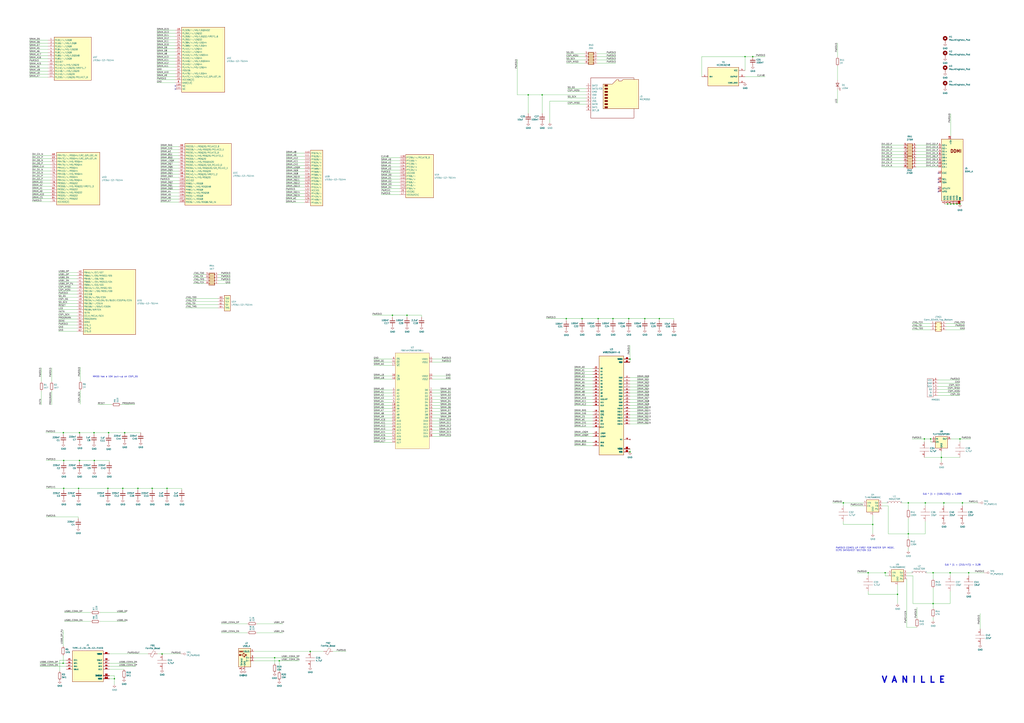
<source format=kicad_sch>
(kicad_sch (version 20211123) (generator eeschema)
  (paper "A1")
  (title_block (title "Vanille Computer") (date "2024-02-21") (rev "V1") (company "Copyright © 2023 Lone Dynamics Corporation. All rights reserved."))
  (junction (at 433.832 77.978))
  (junction (at 764.286 360.68))
  (junction (at 89.154 355.6))
  (junction (at 478.028 261.874))
  (junction (at 65.278 378.46))
  (junction (at 254.762 535.432))
  (junction (at 52.324 401.32))
  (junction (at 124.968 401.32))
  (junction (at 225.552 540.512))
  (junction (at 517.398 371.348))
  (junction (at 334.264 259.08))
  (junction (at 102.362 355.6))
  (junction (at 766.318 470.662))
  (junction (at 618.236 46.482))
  (junction (at 133.096 537.464))
  (junction (at 778.256 167.64))
  (junction (at 51.816 545.084))
  (junction (at 445.262 77.978))
  (junction (at 759.968 413.258))
  (junction (at 780.796 167.64))
  (junction (at 137.16 401.32))
  (junction (at 745.998 438.658))
  (junction (at 788.416 167.64))
  (junction (at 759.206 360.68))
  (junction (at 65.278 355.6))
  (junction (at 737.108 488.442))
  (junction (at 766.318 496.062))
  (junction (at 716.788 431.038))
  (junction (at 788.416 360.68))
  (junction (at 780.288 470.662))
  (junction (at 775.208 413.258))
  (junction (at 745.998 413.258))
  (junction (at 88.646 401.32))
  (junction (at 517.398 295.148))
  (junction (at 726.948 470.662))
  (junction (at 785.876 167.64))
  (junction (at 64.516 401.32))
  (junction (at 113.284 401.32))
  (junction (at 52.324 378.46))
  (junction (at 100.838 401.32))
  (junction (at 611.886 46.482))
  (junction (at 491.236 261.874))
  (junction (at 229.362 543.052))
  (junction (at 773.176 375.92))
  (junction (at 77.216 355.6))
  (junction (at 77.47 378.46))
  (junction (at 692.658 413.258))
  (junction (at 783.336 167.64))
  (junction (at 541.528 261.874))
  (junction (at 790.448 413.258))
  (junction (at 503.428 261.874))
  (junction (at 465.074 261.874))
  (junction (at 52.07 355.6))
  (junction (at 712.978 470.662))
  (junction (at 93.98 557.784))
  (junction (at 516.382 261.874))
  (junction (at 795.528 470.662))
  (junction (at 529.59 261.874))
  (junction (at 322.326 259.08))
  (no_connect (at 144.018 70.612))
  (no_connect (at 144.018 73.152))
  (no_connect (at 770.636 157.48))
  (no_connect (at 770.636 154.94))
  (no_connect (at 770.636 149.86))
  (no_connect (at 770.636 147.32))
  (no_connect (at 770.636 142.24))
  (wire (pts (xy 312.928 129.54) (xy 328.168 129.54)))
  (wire (pts (xy 517.398 343.408) (xy 532.638 343.408)))
  (wire (pts (xy 65.278 378.46) (xy 77.47 378.46)))
  (wire (pts (xy 89.916 555.244) (xy 93.98 555.244)))
  (wire (pts (xy 780.288 473.202) (xy 780.288 470.662)))
  (wire (pts (xy 34.036 321.31) (xy 34.036 332.74)))
  (wire (pts (xy 131.826 161.036) (xy 146.812 161.036)))
  (wire (pts (xy 471.678 325.628) (xy 486.918 325.628)))
  (wire (pts (xy 128.778 52.832) (xy 144.018 52.832)))
  (wire (pts (xy 753.11 508) (xy 753.11 499.11)))
  (wire (pts (xy 745.998 442.468) (xy 745.998 438.658)))
  (wire (pts (xy 745.998 438.658) (xy 759.968 438.658)))
  (wire (pts (xy 517.398 315.468) (xy 532.638 315.468)))
  (wire (pts (xy 729.488 415.798) (xy 729.488 438.658)))
  (wire (pts (xy 355.092 323.088) (xy 370.332 323.088)))
  (wire (pts (xy 89.916 557.784) (xy 93.98 557.784)))
  (wire (pts (xy 77.216 356.87) (xy 77.216 355.6)))
  (wire (pts (xy 51.816 531.114) (xy 51.816 518.16)))
  (wire (pts (xy 208.534 535.432) (xy 254.762 535.432)))
  (wire (pts (xy 88.646 402.59) (xy 88.646 401.32)))
  (wire (pts (xy 465.074 46.736) (xy 480.314 46.736)))
  (wire (pts (xy 471.678 310.388) (xy 486.918 310.388)))
  (wire (pts (xy 778.256 167.64) (xy 780.796 167.64)))
  (wire (pts (xy 478.028 261.874) (xy 491.236 261.874)))
  (wire (pts (xy 471.678 338.328) (xy 486.918 338.328)))
  (wire (pts (xy 93.98 557.784) (xy 93.98 562.61)))
  (wire (pts (xy 26.416 137.922) (xy 41.402 137.922)))
  (wire (pts (xy 168.91 233.172) (xy 158.75 233.172)))
  (wire (pts (xy 306.832 333.248) (xy 322.072 333.248)))
  (wire (pts (xy 745.998 425.958) (xy 745.998 438.658)))
  (wire (pts (xy 788.162 317.5) (xy 770.382 317.5)))
  (wire (pts (xy 517.398 310.388) (xy 532.638 310.388)))
  (wire (pts (xy 752.348 132.08) (xy 770.636 132.08)))
  (wire (pts (xy 234.95 153.924) (xy 249.936 153.924)))
  (wire (pts (xy 764.286 360.68) (xy 759.206 360.68)))
  (wire (pts (xy 234.95 148.844) (xy 249.936 148.844)))
  (wire (pts (xy 24.13 58.42) (xy 39.37 58.42)))
  (wire (pts (xy 698.5 415.798) (xy 709.168 415.798)))
  (wire (pts (xy 306.832 351.028) (xy 322.072 351.028)))
  (wire (pts (xy 726.948 470.662) (xy 729.488 470.662)))
  (wire (pts (xy 490.474 51.816) (xy 505.714 51.816)))
  (wire (pts (xy 788.162 314.96) (xy 770.382 314.96)))
  (wire (pts (xy 471.678 363.728) (xy 486.918 363.728)))
  (wire (pts (xy 51.816 518.16) (xy 52.07 518.16)))
  (wire (pts (xy 306.832 340.868) (xy 322.072 340.868)))
  (wire (pts (xy 234.696 166.624) (xy 249.936 166.624)))
  (wire (pts (xy 65.278 379.73) (xy 65.278 378.46)))
  (wire (pts (xy 312.928 152.4) (xy 328.168 152.4)))
  (wire (pts (xy 131.826 128.016) (xy 146.812 128.016)))
  (wire (pts (xy 765.556 360.68) (xy 764.286 360.68)))
  (wire (pts (xy 744.728 475.742) (xy 744.728 515.62)))
  (wire (pts (xy 77.47 379.73) (xy 77.47 378.46)))
  (wire (pts (xy 26.416 153.162) (xy 41.402 153.162)))
  (wire (pts (xy 102.362 355.6) (xy 115.57 355.6)))
  (wire (pts (xy 716.788 431.038) (xy 716.788 438.658)))
  (wire (pts (xy 471.678 348.488) (xy 486.918 348.488)))
  (wire (pts (xy 254.762 535.432) (xy 265.684 535.432)))
  (wire (pts (xy 124.968 402.59) (xy 124.968 401.32)))
  (wire (pts (xy 128.778 60.452) (xy 144.018 60.452)))
  (wire (pts (xy 788.162 320.04) (xy 770.382 320.04)))
  (wire (pts (xy 576.326 62.992) (xy 576.326 46.482)))
  (wire (pts (xy 48.006 249.428) (xy 63.246 249.428)))
  (wire (pts (xy 48.006 224.028) (xy 63.246 224.028)))
  (wire (pts (xy 24.13 53.34) (xy 39.37 53.34)))
  (wire (pts (xy 49.022 551.688) (xy 49.022 542.544)))
  (wire (pts (xy 234.95 141.224) (xy 249.936 141.224)))
  (wire (pts (xy 744.728 515.62) (xy 753.11 515.62)))
  (wire (pts (xy 208.534 540.512) (xy 225.552 540.512)))
  (wire (pts (xy 48.006 267.208) (xy 63.246 267.208)))
  (wire (pts (xy 795.528 470.662) (xy 808.228 470.662)))
  (wire (pts (xy 52.07 356.87) (xy 52.07 355.6)))
  (wire (pts (xy 24.13 43.18) (xy 39.37 43.18)))
  (wire (pts (xy 517.398 283.718) (xy 517.398 295.148)))
  (wire (pts (xy 48.006 272.288) (xy 63.246 272.288)))
  (wire (pts (xy 37.846 401.32) (xy 52.324 401.32)))
  (wire (pts (xy 128.778 27.432) (xy 144.018 27.432)))
  (wire (pts (xy 355.092 345.948) (xy 370.332 345.948)))
  (wire (pts (xy 433.832 77.978) (xy 424.942 77.978)))
  (wire (pts (xy 306.832 356.108) (xy 322.072 356.108)))
  (wire (pts (xy 124.968 401.32) (xy 137.16 401.32)))
  (wire (pts (xy 716.788 431.038) (xy 692.658 431.038)))
  (wire (pts (xy 795.528 470.662) (xy 795.528 473.202)))
  (wire (pts (xy 93.98 555.244) (xy 93.98 557.784)))
  (wire (pts (xy 723.9 134.62) (xy 742.188 134.62)))
  (wire (pts (xy 712.978 470.662) (xy 726.948 470.662)))
  (wire (pts (xy 759.968 415.798) (xy 759.968 413.258)))
  (wire (pts (xy 48.006 229.108) (xy 63.246 229.108)))
  (wire (pts (xy 229.362 543.052) (xy 245.618 543.052)))
  (wire (pts (xy 723.9 132.08) (xy 742.188 132.08)))
  (wire (pts (xy 466.09 75.438) (xy 481.33 75.438)))
  (wire (pts (xy 466.09 85.598) (xy 481.33 85.598)))
  (wire (pts (xy 229.362 543.052) (xy 229.362 551.688)))
  (wire (pts (xy 471.678 312.928) (xy 486.918 312.928)))
  (wire (pts (xy 42.418 302.26) (xy 42.418 313.69)))
  (wire (pts (xy 312.928 147.32) (xy 328.168 147.32)))
  (wire (pts (xy 445.262 93.218) (xy 445.262 77.978)))
  (wire (pts (xy 312.928 134.62) (xy 328.168 134.62)))
  (wire (pts (xy 312.928 142.24) (xy 328.168 142.24)))
  (wire (pts (xy 24.13 45.72) (xy 39.37 45.72)))
  (wire (pts (xy 24.13 38.1) (xy 39.37 38.1)))
  (wire (pts (xy 131.826 153.416) (xy 146.812 153.416)))
  (wire (pts (xy 152.4 250.444) (xy 179.07 250.444)))
  (wire (pts (xy 788.162 322.58) (xy 770.382 322.58)))
  (wire (pts (xy 355.092 330.708) (xy 370.332 330.708)))
  (wire (pts (xy 729.488 473.202) (xy 726.948 473.202)))
  (wire (pts (xy 692.658 415.798) (xy 692.658 413.258)))
  (wire (pts (xy 541.528 263.144) (xy 541.528 261.874)))
  (wire (pts (xy 52.07 355.6) (xy 65.278 355.6)))
  (wire (pts (xy 168.91 228.092) (xy 158.75 228.092)))
  (wire (pts (xy 785.876 167.64) (xy 788.416 167.64)))
  (wire (pts (xy 503.428 263.144) (xy 503.428 261.874)))
  (wire (pts (xy 764.286 268.478) (xy 749.046 268.478)))
  (wire (pts (xy 128.778 50.292) (xy 144.018 50.292)))
  (wire (pts (xy 52.324 401.32) (xy 64.516 401.32)))
  (wire (pts (xy 24.13 40.64) (xy 39.37 40.64)))
  (wire (pts (xy 234.95 131.064) (xy 249.936 131.064)))
  (wire (pts (xy 306.832 300.228) (xy 322.072 300.228)))
  (wire (pts (xy 306.832 358.648) (xy 322.072 358.648)))
  (wire (pts (xy 48.006 226.568) (xy 63.246 226.568)))
  (wire (pts (xy 752.348 121.92) (xy 770.636 121.92)))
  (wire (pts (xy 726.948 473.202) (xy 726.948 470.662)))
  (wire (pts (xy 152.4 245.364) (xy 179.07 245.364)))
  (wire (pts (xy 48.006 246.888) (xy 63.246 246.888)))
  (wire (pts (xy 128.778 42.672) (xy 144.018 42.672)))
  (wire (pts (xy 451.612 83.058) (xy 451.612 100.838)))
  (wire (pts (xy 766.318 499.872) (xy 766.318 496.062)))
  (wire (pts (xy 99.314 332.486) (xy 110.744 332.486)))
  (wire (pts (xy 225.552 540.512) (xy 225.552 545.338)))
  (wire (pts (xy 687.832 35.306) (xy 687.832 46.736)))
  (wire (pts (xy 24.13 63.5) (xy 39.37 63.5)))
  (wire (pts (xy 692.658 413.258) (xy 709.168 413.258)))
  (wire (pts (xy 306.832 328.168) (xy 322.072 328.168)))
  (wire (pts (xy 131.826 138.176) (xy 146.812 138.176)))
  (wire (pts (xy 553.466 261.874) (xy 553.466 263.398)))
  (wire (pts (xy 234.696 164.084) (xy 249.936 164.084)))
  (wire (pts (xy 129.286 537.464) (xy 133.096 537.464)))
  (wire (pts (xy 52.324 402.59) (xy 52.324 401.32)))
  (wire (pts (xy 131.826 135.636) (xy 146.812 135.636)))
  (wire (pts (xy 26.416 130.302) (xy 41.402 130.302)))
  (wire (pts (xy 471.678 302.768) (xy 486.918 302.768)))
  (wire (pts (xy 775.208 413.258) (xy 790.448 413.258)))
  (wire (pts (xy 465.074 261.874) (xy 465.074 263.398)))
  (wire (pts (xy 131.826 122.936) (xy 146.812 122.936)))
  (wire (pts (xy 355.092 311.658) (xy 370.332 311.658)))
  (wire (pts (xy 306.832 309.118) (xy 322.072 309.118)))
  (wire (pts (xy 77.47 378.46) (xy 89.662 378.46)))
  (wire (pts (xy 32.766 545.084) (xy 51.816 545.084)))
  (wire (pts (xy 752.348 127) (xy 770.636 127)))
  (wire (pts (xy 451.612 83.058) (xy 481.33 83.058)))
  (wire (pts (xy 26.416 150.622) (xy 41.402 150.622)))
  (wire (pts (xy 744.728 473.202) (xy 749.808 473.202)))
  (wire (pts (xy 52.832 510.794) (xy 74.422 510.794)))
  (wire (pts (xy 503.428 261.874) (xy 516.382 261.874)))
  (wire (pts (xy 312.928 132.08) (xy 328.168 132.08)))
  (wire (pts (xy 128.778 35.052) (xy 144.018 35.052)))
  (wire (pts (xy 152.4 252.984) (xy 179.07 252.984)))
  (wire (pts (xy 433.832 77.978) (xy 433.832 93.218)))
  (wire (pts (xy 766.318 510.032) (xy 766.318 507.492)))
  (wire (pts (xy 52.324 379.73) (xy 52.324 378.46)))
  (wire (pts (xy 355.092 348.488) (xy 370.332 348.488)))
  (wire (pts (xy 611.886 57.912) (xy 611.886 46.482)))
  (wire (pts (xy 466.09 80.518) (xy 481.33 80.518)))
  (wire (pts (xy 26.416 132.842) (xy 41.402 132.842)))
  (wire (pts (xy 471.678 305.308) (xy 486.918 305.308)))
  (wire (pts (xy 466.09 72.898) (xy 481.33 72.898)))
  (wire (pts (xy 471.678 333.248) (xy 486.918 333.248)))
  (wire (pts (xy 168.91 225.552) (xy 158.75 225.552)))
  (wire (pts (xy 32.766 547.624) (xy 54.356 547.624)))
  (wire (pts (xy 355.092 295.148) (xy 370.332 295.148)))
  (wire (pts (xy 48.006 262.128) (xy 63.246 262.128)))
  (wire (pts (xy 234.95 133.604) (xy 249.936 133.604)))
  (wire (pts (xy 234.95 125.984) (xy 249.936 125.984)))
  (wire (pts (xy 759.968 438.658) (xy 759.968 428.498)))
  (wire (pts (xy 346.202 259.08) (xy 346.202 260.604)))
  (wire (pts (xy 49.022 542.544) (xy 54.356 542.544)))
  (wire (pts (xy 737.108 488.442) (xy 712.978 488.442)))
  (wire (pts (xy 128.778 55.372) (xy 144.018 55.372)))
  (wire (pts (xy 780.288 470.662) (xy 795.528 470.662)))
  (wire (pts (xy 131.826 130.556) (xy 146.812 130.556)))
  (wire (pts (xy 89.154 355.6) (xy 102.362 355.6)))
  (wire (pts (xy 355.092 325.628) (xy 370.332 325.628)))
  (wire (pts (xy 471.678 323.088) (xy 486.918 323.088)))
  (wire (pts (xy 152.4 247.904) (xy 179.07 247.904)))
  (wire (pts (xy 759.968 413.258) (xy 775.208 413.258)))
  (wire (pts (xy 692.658 428.498) (xy 692.658 431.038)))
  (wire (pts (xy 24.13 48.26) (xy 39.37 48.26)))
  (wire (pts (xy 48.006 244.348) (xy 63.246 244.348)))
  (wire (pts (xy 189.23 233.172) (xy 179.07 233.172)))
  (wire (pts (xy 322.326 259.08) (xy 334.264 259.08)))
  (wire (pts (xy 306.832 323.088) (xy 322.072 323.088)))
  (wire (pts (xy 529.59 261.874) (xy 541.528 261.874)))
  (wire (pts (xy 82.042 510.794) (xy 103.632 510.794)))
  (wire (pts (xy 66.04 320.802) (xy 66.04 332.232)))
  (wire (pts (xy 765.556 363.22) (xy 764.286 363.22)))
  (wire (pts (xy 189.23 228.092) (xy 179.07 228.092)))
  (wire (pts (xy 804.926 516.89) (xy 804.926 504.19)))
  (wire (pts (xy 37.846 378.46) (xy 52.324 378.46)))
  (wire (pts (xy 48.006 231.648) (xy 63.246 231.648)))
  (wire (pts (xy 51.816 545.084) (xy 54.356 545.084)))
  (wire (pts (xy 312.928 157.48) (xy 328.168 157.48)))
  (wire (pts (xy 788.416 363.22) (xy 788.416 360.68)))
  (wire (pts (xy 517.398 348.488) (xy 532.638 348.488)))
  (wire (pts (xy 312.928 160.02) (xy 328.168 160.02)))
  (wire (pts (xy 113.284 402.59) (xy 113.284 401.32)))
  (wire (pts (xy 471.678 351.028) (xy 486.918 351.028)))
  (wire (pts (xy 471.678 358.648) (xy 486.918 358.648)))
  (wire (pts (xy 334.264 259.08) (xy 346.202 259.08)))
  (wire (pts (xy 517.398 323.088) (xy 532.638 323.088)))
  (wire (pts (xy 737.108 480.822) (xy 737.108 488.442)))
  (wire (pts (xy 52.832 503.428) (xy 74.422 503.428)))
  (wire (pts (xy 355.092 356.108) (xy 370.332 356.108)))
  (wire (pts (xy 752.348 119.38) (xy 770.636 119.38)))
  (wire (pts (xy 471.678 330.708) (xy 486.918 330.708)))
  (wire (pts (xy 225.552 540.512) (xy 245.618 540.512)))
  (wire (pts (xy 687.832 73.406) (xy 687.832 84.836)))
  (wire (pts (xy 80.264 332.486) (xy 91.694 332.486)))
  (wire (pts (xy 424.942 77.978) (xy 424.942 48.768)))
  (wire (pts (xy 471.678 340.868) (xy 486.918 340.868)))
  (wire (pts (xy 766.318 475.742) (xy 766.318 470.662)))
  (wire (pts (xy 766.318 496.062) (xy 780.288 496.062)))
  (wire (pts (xy 517.398 333.248) (xy 532.638 333.248)))
  (wire (pts (xy 34.036 302.26) (xy 34.036 313.69)))
  (wire (pts (xy 471.678 366.268) (xy 486.918 366.268)))
  (wire (pts (xy 89.916 537.464) (xy 121.666 537.464)))
  (wire (pts (xy 26.416 148.082) (xy 41.402 148.082)))
  (wire (pts (xy 355.092 338.328) (xy 370.332 338.328)))
  (wire (pts (xy 745.998 452.628) (xy 745.998 450.088)))
  (wire (pts (xy 712.978 485.902) (xy 712.978 488.442)))
  (wire (pts (xy 26.416 155.702) (xy 41.402 155.702)))
  (wire (pts (xy 131.826 120.396) (xy 146.812 120.396)))
  (wire (pts (xy 26.416 160.782) (xy 41.402 160.782)))
  (wire (pts (xy 752.348 129.54) (xy 770.636 129.54)))
  (wire (pts (xy 100.838 401.32) (xy 113.284 401.32)))
  (wire (pts (xy 752.348 134.62) (xy 770.636 134.62)))
  (wire (pts (xy 516.382 261.874) (xy 529.59 261.874)))
  (wire (pts (xy 355.092 297.688) (xy 370.332 297.688)))
  (wire (pts (xy 306.832 361.188) (xy 322.072 361.188)))
  (wire (pts (xy 128.778 40.132) (xy 144.018 40.132)))
  (wire (pts (xy 471.678 318.008) (xy 486.918 318.008)))
  (wire (pts (xy 780.796 167.64) (xy 783.336 167.64)))
  (wire (pts (xy 611.886 46.482) (xy 618.236 46.482)))
  (wire (pts (xy 465.074 44.196) (xy 480.314 44.196)))
  (wire (pts (xy 312.928 139.7) (xy 328.168 139.7)))
  (wire (pts (xy 334.264 259.08) (xy 334.264 260.604)))
  (wire (pts (xy 128.778 37.592) (xy 144.018 37.592)))
  (wire (pts (xy 766.318 470.662) (xy 780.288 470.662)))
  (wire (pts (xy 128.778 45.212) (xy 144.018 45.212)))
  (wire (pts (xy 773.176 370.84) (xy 773.176 375.92)))
  (wire (pts (xy 775.716 167.64) (xy 778.256 167.64)))
  (wire (pts (xy 491.236 261.874) (xy 491.236 263.144)))
  (wire (pts (xy 312.928 149.86) (xy 328.168 149.86)))
  (wire (pts (xy 780.796 93.472) (xy 780.796 111.76)))
  (wire (pts (xy 234.95 128.524) (xy 249.936 128.524)))
  (wire (pts (xy 723.9 124.46) (xy 742.188 124.46)))
  (wire (pts (xy 26.416 143.002) (xy 41.402 143.002)))
  (wire (pts (xy 306.832 353.568) (xy 322.072 353.568)))
  (wire (pts (xy 465.074 261.874) (xy 478.028 261.874)))
  (wire (pts (xy 48.006 269.748) (xy 63.246 269.748)))
  (wire (pts (xy 445.262 77.978) (xy 481.33 77.978)))
  (wire (pts (xy 766.318 496.062) (xy 749.808 496.062)))
  (wire (pts (xy 773.176 379.73) (xy 773.176 375.92)))
  (wire (pts (xy 64.516 401.32) (xy 88.646 401.32)))
  (wire (pts (xy 306.832 363.728) (xy 322.072 363.728)))
  (wire (pts (xy 128.778 32.512) (xy 144.018 32.512)))
  (wire (pts (xy 234.95 143.764) (xy 249.936 143.764)))
  (wire (pts (xy 306.832 325.628) (xy 322.072 325.628)))
  (wire (pts (xy 724.408 413.258) (xy 728.218 413.258)))
  (wire (pts (xy 788.162 325.12) (xy 770.382 325.12)))
  (wire (pts (xy 48.006 236.728) (xy 63.246 236.728)))
  (wire (pts (xy 764.286 271.018) (xy 749.046 271.018)))
  (wire (pts (xy 89.662 379.73) (xy 89.662 378.46)))
  (wire (pts (xy 355.092 343.408) (xy 370.332 343.408)))
  (wire (pts (xy 312.928 154.94) (xy 328.168 154.94)))
  (wire (pts (xy 210.82 512.572) (xy 232.41 512.572)))
  (wire (pts (xy 100.838 402.59) (xy 100.838 401.32)))
  (wire (pts (xy 749.046 360.68) (xy 759.206 360.68)))
  (wire (pts (xy 208.534 543.052) (xy 229.362 543.052)))
  (wire (pts (xy 234.95 159.004) (xy 249.936 159.004)))
  (wire (pts (xy 517.398 335.788) (xy 532.638 335.788)))
  (wire (pts (xy 517.398 312.928) (xy 532.638 312.928)))
  (wire (pts (xy 355.092 328.168) (xy 370.332 328.168)))
  (wire (pts (xy 517.398 368.808) (xy 517.398 371.348)))
  (wire (pts (xy 137.16 402.59) (xy 137.16 401.32)))
  (wire (pts (xy 745.998 418.338) (xy 745.998 413.258)))
  (wire (pts (xy 471.678 328.168) (xy 486.918 328.168)))
  (wire (pts (xy 24.13 50.8) (xy 39.37 50.8)))
  (wire (pts (xy 48.006 241.808) (xy 63.246 241.808)))
  (wire (pts (xy 471.678 345.948) (xy 486.918 345.948)))
  (wire (pts (xy 306.832 348.488) (xy 322.072 348.488)))
  (wire (pts (xy 64.262 426.212) (xy 64.262 424.942)))
  (wire (pts (xy 149.352 402.59) (xy 149.352 401.32)))
  (wire (pts (xy 471.678 343.408) (xy 486.918 343.408)))
  (wire (pts (xy 48.006 251.968) (xy 63.246 251.968)))
  (wire (pts (xy 780.796 360.68) (xy 788.416 360.68)))
  (wire (pts (xy 137.16 401.32) (xy 149.352 401.32)))
  (wire (pts (xy 491.236 261.874) (xy 503.428 261.874)))
  (wire (pts (xy 783.336 167.64) (xy 785.876 167.64)))
  (wire (pts (xy 52.324 378.46) (xy 65.278 378.46)))
  (wire (pts (xy 517.398 318.008) (xy 532.638 318.008)))
  (wire (pts (xy 792.226 268.478) (xy 776.986 268.478)))
  (wire (pts (xy 24.13 60.96) (xy 39.37 60.96)))
  (wire (pts (xy 128.778 29.972) (xy 144.018 29.972)))
  (wire (pts (xy 181.61 519.938) (xy 203.2 519.938)))
  (wire (pts (xy 273.304 535.432) (xy 284.226 535.432)))
  (wire (pts (xy 723.9 127) (xy 742.188 127)))
  (wire (pts (xy 26.416 127.762) (xy 41.402 127.762)))
  (wire (pts (xy 89.154 355.6) (xy 89.154 357.124)))
  (wire (pts (xy 48.006 259.588) (xy 63.246 259.588)))
  (wire (pts (xy 82.042 503.428) (xy 103.632 503.428)))
  (wire (pts (xy 306.832 338.328) (xy 322.072 338.328)))
  (wire (pts (xy 48.006 234.188) (xy 63.246 234.188)))
  (wire (pts (xy 131.826 150.876) (xy 146.812 150.876)))
  (wire (pts (xy 465.074 49.276) (xy 480.314 49.276)))
  (wire (pts (xy 131.826 140.716) (xy 146.812 140.716)))
  (wire (pts (xy 128.778 47.752) (xy 144.018 47.752)))
  (wire (pts (xy 131.826 125.476) (xy 146.812 125.476)))
  (wire (pts (xy 131.826 163.576) (xy 146.812 163.576)))
  (wire (pts (xy 618.236 46.482) (xy 628.396 46.482)))
  (wire (pts (xy 24.13 35.56) (xy 39.37 35.56)))
  (wire (pts (xy 89.916 545.084) (xy 111.506 545.084)))
  (wire (pts (xy 128.778 57.912) (xy 144.018 57.912)))
  (wire (pts (xy 792.226 265.938) (xy 776.986 265.938)))
  (wire (pts (xy 89.916 550.164) (xy 101.854 550.164)))
  (wire (pts (xy 306.832 335.788) (xy 322.072 335.788)))
  (wire (pts (xy 26.416 140.462) (xy 41.402 140.462)))
  (wire (pts (xy 26.416 163.322) (xy 41.402 163.322)))
  (wire (pts (xy 517.398 328.168) (xy 532.638 328.168)))
  (wire (pts (xy 448.564 261.874) (xy 465.074 261.874)))
  (wire (pts (xy 723.9 129.54) (xy 742.188 129.54)))
  (wire (pts (xy 128.778 68.072) (xy 144.018 68.072)))
  (wire (pts (xy 788.162 312.42) (xy 770.382 312.42)))
  (wire (pts (xy 683.768 413.258) (xy 692.658 413.258)))
  (wire (pts (xy 723.9 121.92) (xy 742.188 121.92)))
  (wire (pts (xy 26.416 145.542) (xy 41.402 145.542)))
  (wire (pts (xy 168.91 230.632) (xy 158.75 230.632)))
  (wire (pts (xy 355.092 340.868) (xy 370.332 340.868)))
  (wire (pts (xy 37.592 355.6) (xy 52.07 355.6)))
  (wire (pts (xy 234.95 146.304) (xy 249.936 146.304)))
  (wire (pts (xy 305.816 259.08) (xy 322.326 259.08)))
  (wire (pts (xy 465.074 51.816) (xy 480.314 51.816)))
  (wire (pts (xy 234.95 136.144) (xy 249.936 136.144)))
  (wire (pts (xy 611.886 62.992) (xy 628.396 62.992)))
  (wire (pts (xy 131.826 145.796) (xy 146.812 145.796)))
  (wire (pts (xy 234.95 138.684) (xy 249.936 138.684)))
  (wire (pts (xy 306.832 320.548) (xy 322.072 320.548)))
  (wire (pts (xy 65.532 356.362) (xy 65.278 355.6)))
  (wire (pts (xy 48.006 239.268) (xy 63.246 239.268)))
  (wire (pts (xy 189.23 230.632) (xy 179.07 230.632)))
  (wire (pts (xy 234.696 156.464) (xy 249.936 156.464)))
  (wire (pts (xy 723.9 137.16) (xy 742.188 137.16)))
  (wire (pts (xy 471.678 320.548) (xy 486.918 320.548)))
  (wire (pts (xy 189.23 225.552) (xy 179.07 225.552)))
  (wire (pts (xy 131.826 155.956) (xy 146.812 155.956)))
  (wire (pts (xy 64.516 402.59) (xy 64.516 401.32)))
  (wire (pts (xy 26.416 165.862) (xy 41.402 165.862)))
  (wire (pts (xy 306.832 297.688) (xy 322.072 297.688)))
  (wire (pts (xy 517.398 340.868) (xy 532.638 340.868)))
  (wire (pts (xy 445.262 77.978) (xy 433.832 77.978)))
  (wire (pts (xy 712.978 473.202) (xy 712.978 470.662)))
  (wire (pts (xy 517.398 325.628) (xy 532.638 325.628)))
  (wire (pts (xy 716.788 423.418) (xy 716.788 431.038)))
  (wire (pts (xy 42.418 321.31) (xy 42.418 332.74)))
  (wire (pts (xy 128.778 65.532) (xy 144.018 65.532)))
  (wire (pts (xy 759.206 375.92) (xy 773.176 375.92)))
  (wire (pts (xy 37.846 424.942) (xy 64.262 424.942)))
  (wire (pts (xy 234.95 161.544) (xy 249.936 161.544)))
  (wire (pts (xy 766.318 470.662) (xy 761.238 470.662)))
  (wire (pts (xy 48.006 257.048) (xy 63.246 257.048)))
  (wire (pts (xy 790.448 413.258) (xy 790.448 415.798)))
  (wire (pts (xy 723.9 119.38) (xy 742.188 119.38)))
  (wire (pts (xy 113.284 401.32) (xy 124.968 401.32)))
  (wire (pts (xy 478.028 261.874) (xy 478.028 263.144)))
  (wire (pts (xy 355.092 309.118) (xy 370.332 309.118)))
  (wire (pts (xy 541.528 261.874) (xy 553.466 261.874)))
  (wire (pts (xy 131.826 166.116) (xy 146.812 166.116)))
  (wire (pts (xy 65.278 355.6) (xy 77.216 355.6)))
  (wire (pts (xy 48.006 254.508) (xy 63.246 254.508)))
  (wire (pts (xy 749.808 473.202) (xy 749.808 496.062)))
  (wire (pts (xy 312.928 137.16) (xy 328.168 137.16)))
  (wire (pts (xy 133.096 537.464) (xy 148.336 537.464)))
  (wire (pts (xy 792.226 271.018) (xy 776.986 271.018)))
  (wire (pts (xy 764.286 363.22) (xy 764.286 360.68)))
  (wire (pts (xy 181.61 512.572) (xy 203.2 512.572)))
  (wire (pts (xy 529.59 263.144) (xy 529.59 261.874)))
  (wire (pts (xy 517.398 320.548) (xy 532.638 320.548)))
  (wire (pts (xy 306.832 330.708) (xy 322.072 330.708)))
  (wire (pts (xy 26.416 135.382) (xy 41.402 135.382)))
  (wire (pts (xy 737.108 488.442) (xy 737.108 496.062)))
  (wire (pts (xy 687.832 54.356) (xy 687.832 65.786)))
  (wire (pts (xy 471.678 356.108) (xy 486.918 356.108)))
  (wire (pts (xy 210.82 519.938) (xy 232.41 519.938)))
  (wire (pts (xy 131.826 133.096) (xy 146.812 133.096)))
  (wire (pts (xy 780.288 496.062) (xy 780.288 485.902)))
  (wire (pts (xy 704.088 470.662) (xy 712.978 470.662)))
  (wire (pts (xy 24.13 33.02) (xy 39.37 33.02)))
  (wire (pts (xy 234.95 151.384) (xy 249.936 151.384)))
  (wire (pts (xy 790.448 413.258) (xy 803.148 413.258)))
  (wire (pts (xy 752.348 137.16) (xy 770.636 137.16)))
  (wire (pts (xy 131.826 158.496) (xy 146.812 158.496)))
  (wire (pts (xy 306.832 295.148) (xy 322.072 295.148)))
  (wire (pts (xy 766.318 483.362) (xy 766.318 496.062)))
  (wire (pts (xy 764.286 265.938) (xy 749.046 265.938)))
  (wire (pts (xy 745.998 413.258) (xy 759.968 413.258)))
  (wire (pts (xy 773.176 375.92) (xy 788.416 375.92)))
  (wire (pts (xy 26.416 158.242) (xy 41.402 158.242)))
  (wire (pts (xy 745.998 413.258) (xy 740.918 413.258)))
  (wire (pts (xy 517.398 330.708) (xy 532.638 330.708)))
  (wire (pts (xy 752.348 124.46) (xy 770.636 124.46)))
  (wire (pts (xy 775.208 413.258) (xy 775.208 415.798)))
  (wire (pts (xy 724.408 415.798) (xy 729.488 415.798)))
  (wire (pts (xy 759.206 363.22) (xy 759.206 360.68)))
  (wire (pts (xy 306.832 311.658) (xy 322.072 311.658)))
  (wire (pts (xy 355.092 351.028) (xy 370.332 351.028)))
  (wire (pts (xy 744.728 470.662) (xy 748.538 470.662)))
  (wire (pts (xy 355.092 335.788) (xy 370.332 335.788)))
  (wire (pts (xy 490.474 46.736) (xy 505.714 46.736)))
  (wire (pts (xy 66.04 301.752) (xy 66.04 313.182)))
  (wire (pts (xy 77.216 355.6) (xy 89.154 355.6)))
  (wire (pts (xy 312.928 144.78) (xy 328.168 144.78)))
  (wire (pts (xy 131.572 148.336) (xy 146.812 148.336)))
  (wire (pts (xy 48.006 264.668) (xy 63.246 264.668)))
  (wire (pts (xy 306.832 345.948) (xy 322.072 345.948)))
  (wire (pts (xy 355.092 320.548) (xy 370.332 320.548)))
  (wire (pts (xy 516.382 263.144) (xy 516.382 261.874)))
  (wire (pts (xy 471.678 307.848) (xy 486.918 307.848)))
  (wire (pts (xy 517.398 345.948) (xy 532.638 345.948)))
  (wire (pts (xy 355.092 358.648) (xy 370.332 358.648)))
  (wire (pts (xy 355.092 333.248) (xy 370.332 333.248)))
  (wire (pts (xy 89.916 547.624) (xy 111.506 547.624)))
  (wire (pts (xy 517.398 295.148) (xy 517.398 297.688)))
  (wire (pts (xy 128.778 62.992) (xy 144.018 62.992)))
  (wire (pts (xy 128.778 24.892) (xy 144.018 24.892)))
  (wire (pts (xy 51.816 538.734) (xy 51.816 545.084)))
  (wire (pts (xy 131.826 143.256) (xy 146.812 143.256)))
  (wire (pts (xy 322.326 259.08) (xy 322.326 260.604)))
  (wire (pts (xy 745.998 438.658) (xy 729.488 438.658)))
  (wire (pts (xy 471.678 315.468) (xy 486.918 315.468)))
  (wire (pts (xy 88.646 401.32) (xy 100.838 401.32)))
  (wire (pts (xy 24.13 55.88) (xy 39.37 55.88)))
  (wire (pts (xy 306.832 343.408) (xy 322.072 343.408)))
  (wire (pts (xy 490.474 49.276) (xy 505.714 49.276)))
  (wire (pts (xy 490.474 44.196) (xy 505.714 44.196)))
  (wire (pts (xy 355.092 353.568) (xy 370.332 353.568)))
  (wire (pts (xy 788.416 360.68) (xy 797.306 360.68)))
  (wire (pts (xy 576.326 46.482) (xy 611.886 46.482)))
  (wire (pts (xy 517.398 338.328) (xy 532.638 338.328)))
  (text "V A N I L L E" (at 723.646 561.594 0) (effects (font (size 5 5) (thickness 1) bold) (justify left bottom)))
  (text "PWR3V3 COMES UP FIRST FOR MASTER SPI MODE,\nECP5 DATASHEET SECTION 3.5" (at 686.308 453.136 0) (effects (font (size 1.27 1.27)) (justify left bottom)))
  (text "0.6 * (1 + (210/47)) = 3.28" (at 775.97 465.074 0) (effects (font (size 1.27 1.27)) (justify left bottom)))
  (text "MMOD has a 10K pull-up on CSPI_SS" (at 113.284 310.388 180) (effects (font (size 1.27 1.27)) (justify right bottom)))
  (text "0.6 * (1 + (100/120)) = 1.099" (at 757.936 406.908 0) (effects (font (size 1.27 1.27)) (justify left bottom)))
  (label "DRAM_A4" (at 131.826 158.496 0))
  (label "DRAM_A8" (at 234.95 125.984 0))
  (label "DRAM_DQ0" (at 523.24 310.388 0))
  (label "DVIC_D1_N" (at 760.476 127 0))
  (label "CSPI_MOSI" (at 466.09 75.438 0))
  (label "CLK48" (at 621.792 62.992 0))
  (label "USB0_CONN_DP" (at 32.766 545.084 0))
  (label "SRAM_A14" (at 306.832 356.108 0))
  (label "DVI_CK_N" (at 723.9 137.16 0))
  (label "SRAM_A8" (at 306.832 340.868 0))
  (label "SRAM_A12" (at 128.778 52.832 0))
  (label "SRAM_A2" (at 306.832 325.628 0))
  (label "DVI_D0_N" (at 26.416 132.842 0))
  (label "PWR1V1" (at 313.182 157.48 0))
  (label "PWR3V3" (at 189.23 228.092 180))
  (label "DRAM_CLK" (at 471.678 351.028 0))
  (label "PWR3V3" (at 749.046 360.68 0))
  (label "DRAM_DQ5" (at 523.24 323.088 0))
  (label "LED" (at 687.832 84.836 90))
  (label "SRAM_A16" (at 306.832 361.188 0))
  (label "USB1_DP" (at 48.006 226.568 0))
  (label "USB0_DN" (at 48.006 229.108 0))
  (label "SRAM_WE" (at 234.696 164.084 0))
  (label "DRAM_A4" (at 471.678 312.928 0))
  (label "DRAM_CKE" (at 471.678 348.488 0))
  (label "DRAM_DQ3" (at 523.24 318.008 0))
  (label "PWR3V3" (at 312.928 142.24 0))
  (label "SRAM_A1" (at 312.928 137.16 0))
  (label "DRAM_BS0" (at 471.678 363.728 0))
  (label "SRAM_D4" (at 361.696 330.708 0))
  (label "DRAM_DQ14" (at 234.95 159.004 0))
  (label "DRAM_DQ7" (at 131.826 135.636 0))
  (label "SRAM_A9" (at 306.832 343.408 0))
  (label "DRAM_A8" (at 471.678 323.088 0))
  (label "DRAM_BS1" (at 131.826 128.016 0))
  (label "PWR3V3" (at 34.036 309.88 90))
  (label "SRAM_A3" (at 312.928 139.7 0))
  (label "DONE" (at 48.006 264.668 0))
  (label "USB0_DP" (at 48.006 224.028 0))
  (label "RESET" (at 80.264 332.486 0))
  (label "DRAM_DQ11" (at 523.24 338.328 0))
  (label "DRAM_DQ7" (at 523.24 328.168 0))
  (label "SRAM_A11" (at 306.832 348.488 0))
  (label "DRAM_BS1" (at 471.678 366.268 0))
  (label "PWR5V0" (at 704.088 470.662 0))
  (label "DRAM_A10" (at 471.678 328.168 0))
  (label "DVI_D2_N" (at 723.9 121.92 0))
  (label "SRAM_D15" (at 360.68 358.648 0))
  (label "PROGRAMN" (at 48.006 262.128 0))
  (label "JTAG_TMS" (at 783.336 265.938 0))
  (label "SRAM_A15" (at 306.832 358.648 0))
  (label "SRAM_A1" (at 306.832 323.088 0))
  (label "PWR1V1" (at 795.528 413.258 0))
  (label "LED" (at 48.006 254.508 0))
  (label "PWR2V5" (at 37.846 424.942 0))
  (label "PWR3V3" (at 26.416 165.862 0))
  (label "DRAM_DQ11" (at 234.95 148.844 0))
  (label "GND" (at 366.014 309.118 0))
  (label "PWR3V3" (at 128.778 65.532 0))
  (label "DRAM_DQ1" (at 131.826 153.416 0))
  (label "DRAM_A1" (at 471.678 305.308 0))
  (label "SD_SCK" (at 48.006 249.428 0))
  (label "SRAM_D2" (at 312.928 149.86 0))
  (label "DVI_D1_N" (at 723.9 127 0))
  (label "DVI_D0_P" (at 723.9 129.54 0))
  (label "JTAG_TDI" (at 158.75 228.092 0))
  (label "SRAM_D12" (at 360.68 351.028 0))
  (label "DRAM_WE" (at 471.678 345.948 0))
  (label "SRAM_A5" (at 24.13 40.64 0))
  (label "GND" (at 306.832 295.148 0))
  (label "PWR3V3" (at 687.832 42.926 90))
  (label "SRAM_A6" (at 24.13 43.18 0))
  (label "CSPI_SCK" (at 66.04 330.962 90))
  (label "DVI_CK_P" (at 26.416 130.302 0))
  (label "SRAM_D2" (at 361.696 325.628 0))
  (label "DRAM_DQ2" (at 523.24 315.468 0))
  (label "SRAM_D4" (at 312.928 154.94 0))
  (label "GND" (at 128.778 68.072 0))
  (label "SRAM_D6" (at 24.13 35.56 0))
  (label "SRAM_D7" (at 361.696 338.328 0))
  (label "RESET" (at 48.006 251.968 0))
  (label "DRAM_DQ9" (at 523.24 333.248 0))
  (label "DRAM_A3" (at 26.416 150.622 0))
  (label "SRAM_D13" (at 360.68 353.568 0))
  (label "SRAM_A12" (at 306.832 351.028 0))
  (label "DRAM_DQ2" (at 131.826 150.876 0))
  (label "GND" (at 784.352 314.96 0))
  (label "CSPI_SS" (at 48.006 246.888 0))
  (label "PWR3V3" (at 37.846 378.46 0))
  (label "DRAM_DQ8" (at 234.95 143.764 0))
  (label "SRAM_D9" (at 128.778 40.132 0))
  (label "DRAM_LDQM" (at 131.826 133.096 0))
  (label "SRAM_A4" (at 234.696 166.624 0))
  (label "CSPI_MOSI" (at 48.006 239.268 0))
  (label "USB0_CONN_DN" (at 52.832 510.794 0))
  (label "DRAM_CS" (at 26.416 163.322 0))
  (label "PWR3V3" (at 66.04 309.372 90))
  (label "DRAM_A2" (at 471.678 307.848 0))
  (label "PWR3V3" (at 804.926 513.08 90))
  (label "PWR3V3" (at 424.942 56.388 90))
  (label "PWR3V3" (at 305.816 259.08 0))
  (label "DRAM_UDQM" (at 471.678 358.648 0))
  (label "SD_SS" (at 48.006 244.348 0))
  (label "JTAG_TMS" (at 152.4 252.984 0))
  (label "DRAM_DQ13" (at 234.95 153.924 0))
  (label "DRAM_DQ0" (at 131.826 155.956 0))
  (label "DVI_D1_N" (at 26.416 140.462 0))
  (label "SRAM_D0" (at 312.928 144.78 0))
  (label "SRAM_D9" (at 361.696 343.408 0))
  (label "CSPI_MISO" (at 466.09 85.598 0))
  (label "DRAM_DQ13" (at 523.24 343.408 0))
  (label "DRAM_DQ1" (at 523.24 312.928 0))
  (label "USB1_DN" (at 224.79 519.938 0))
  (label "SRAM_A13" (at 128.778 47.752 0))
  (label "USB1_DN" (at 48.006 231.648 0))
  (label "DRAM_DQ12" (at 234.95 151.384 0))
  (label "SRAM_A15" (at 24.13 53.34 0))
  (label "SRAM_LB" (at 24.13 60.96 0))
  (label "CSPI_SS" (at 780.542 325.12 0))
  (label "PWR1V1EN" (at 698.5 415.798 0))
  (label "SRAM_WE" (at 306.832 300.228 0))
  (label "JTAG_TDI" (at 749.046 268.478 0))
  (label "DRAM_DQ4" (at 131.826 143.256 0))
  (label "CLK48" (at 312.928 129.54 0))
  (label "DRAM_DQ4" (at 523.24 320.548 0))
  (label "SRAM_D1" (at 312.928 147.32 0))
  (label "INITN" (at 48.006 257.048 0))
  (label "USB0_DN" (at 96.012 510.794 0))
  (label "PWR2V5" (at 789.686 360.68 0))
  (label "SRAM_D11" (at 128.778 35.052 0))
  (label "GND" (at 189.23 233.172 180))
  (label "DRAM_CLK" (at 26.416 137.922 0))
  (label "JTAG_TCK" (at 158.75 233.172 0))
  (label "DVI_CK_N" (at 26.416 127.762 0))
  (label "SRAM_UB" (at 306.832 311.658 0))
  (label "DRAM_A0" (at 471.678 302.768 0))
  (label "SRAM_A11" (at 128.778 55.372 0))
  (label "GND" (at 788.416 271.018 0))
  (label "PWR5V0" (at 784.606 268.478 0))
  (label "PROGRAMN" (at 42.418 332.74 90))
  (label "USB1_CONN_DP" (at 181.61 512.572 0))
  (label "SRAM_A0" (at 306.832 320.548 0))
  (label "PWR3V3" (at 498.094 51.816 0))
  (label "SRAM_D14" (at 128.778 29.972 0))
  (label "DVI_D1_P" (at 26.416 145.542 0))
  (label "JTAG_TCK" (at 749.046 265.938 0))
  (label "SRAM_D3" (at 361.696 328.168 0))
  (label "PWR3V3" (at 37.592 355.6 0))
  (label "DRAM_A0" (at 26.416 158.242 0))
  (label "DVI_D1_P" (at 723.9 124.46 0))
  (label "SRAM_D5" (at 361.696 333.248 0))
  (label "SRAM_A10" (at 128.778 60.452 0))
  (label "GND" (at 48.006 272.288 0))
  (label "DRAM_A5" (at 131.826 161.036 0))
  (label "DRAM_A7" (at 131.826 166.116 0))
  (label "SRAM_D10" (at 128.778 37.592 0))
  (label "USB1_CONN_DN" (at 181.61 519.938 0))
  (label "CSPI_MOSI" (at 778.51 322.58 0))
  (label "SRAM_A8" (at 128.778 45.212 0))
  (label "DRAM_A9" (at 471.678 325.628 0))
  (label "DVI_D0_N" (at 723.9 132.08 0))
  (label "DRAM_BS0" (at 131.826 130.556 0))
  (label "PWR3V3" (at 362.712 295.148 0))
  (label "PWR3V3" (at 234.696 156.464 0))
  (label "GND" (at 48.006 269.748 0))
  (label "DRAM_DQ14" (at 523.24 345.948 0))
  (label "DRAM_A2" (at 26.416 153.162 0))
  (label "SRAM_D1" (at 361.696 323.088 0))
  (label "SRAM_A16" (at 24.13 48.26 0))
  (label "DVI_D2_P" (at 723.9 119.38 0))
  (label "PWR3V3" (at 780.542 312.42 0))
  (label "DRAM_A3" (at 471.678 310.388 0))
  (label "PWR3V3" (at 48.006 267.208 0))
  (label "SRAM_A3" (at 306.832 328.168 0))
  (label "DRAM_A6" (at 131.826 163.576 0))
  (label "DRAM_A10" (at 26.416 160.782 0))
  (label "SRAM_A4" (at 306.832 330.708 0))
  (label "SRAM_D7" (at 24.13 38.1 0))
  (label "USB0_CONN_DP" (at 52.832 503.428 0))
  (label "SRAM_A7" (at 24.13 63.5 0))
  (label "PROGRAMN" (at 100.33 332.486 0))
  (label "JTAG_TMS" (at 158.75 230.632 0))
  (label "DRAM_A12" (at 234.95 131.064 0))
  (label "DRAM_DQ15" (at 234.95 161.544 0))
  (label "CSPI_MISO" (at 778.256 320.04 0))
  (label "PWR3V3" (at 498.094 44.196 0))
  (label "DRAM_UDQM" (at 234.95 138.684 0))
  (label "DRAM_A6" (at 471.678 318.008 0))
  (label "SRAM_A9" (at 128.778 62.992 0))
  (label "SRAM_D10" (at 360.68 345.948 0))
  (label "PWR3V3" (at 498.094 49.276 0))
  (label "JTAG_TCK" (at 152.4 247.904 0))
  (label "DVI_D2_N" (at 26.416 143.002 0))
  (label "DRAM_DQ6" (at 131.826 138.176 0))
  (label "DRAM_DQ10" (at 523.24 335.788 0))
  (label "DVIC_D1_P" (at 760.476 124.46 0))
  (label "DRAM_A5" (at 471.678 315.468 0))
  (label "SRAM_D8" (at 361.696 340.868 0))
  (label "SRAM_A10" (at 306.832 345.948 0))
  (label "SRAM_D3" (at 312.928 152.4 0))
  (label "DVIC_CK_N" (at 760.476 137.16 0))
  (label "PWR5V0" (at 276.352 535.432 0))
  (label "PWR3V3" (at 800.608 470.662 0))
  (label "SD_SS" (at 465.074 44.196 0))
  (label "DRAM_DQ9" (at 234.95 141.224 0))
  (label "PWR5V0" (at 780.796 100.838 90))
  (label "SRAM_D14" (at 360.68 356.108 0))
  (label "PWR3V3" (at 24.13 50.8 0))
  (label "PWR3V3" (at 448.564 261.874 0))
  (label "DRAM_DQ12" (at 523.24 340.868 0))
  (label "DRAM_RAS" (at 471.678 338.328 0))
  (label "CSPI_MISO" (at 48.006 236.728 0))
  (label "PWR5V0UF" (at 104.648 537.464 0))
  (label "SRAM_A0" (at 312.928 132.08 0))
  (label "SRAM_A5" (at 306.832 333.248 0))
  (label "SRAM_D8" (at 128.778 42.672 0))
  (label "DRAM_A7" (at 471.678 320.548 0))
  (label "DVIC_D2_N" (at 760.476 121.92 0))
  (label "PWR1V1" (at 37.846 401.32 0))
  (label "PWR5V0" (at 140.716 537.464 0))
  (label "SD_SCK" (at 466.09 80.518 0))
  (label "USB0_CONN_DN" (at 32.766 547.624 0))
  (label "SRAM_D0" (at 361.696 320.548 0))
  (label "PWR3V3" (at 189.23 225.552 180))
  (label "DRAM_LDQM" (at 471.678 356.108 0))
  (label "SRAM_LB" (at 306.832 309.118 0))
  (label "JTAG_TDI" (at 152.4 250.444 0))
  (label "DVI_D2_P" (at 26.416 148.082 0))
  (label "USB1_DP" (at 224.79 512.572 0))
  (label "CSPI_SCK" (at 779.272 317.5 0))
  (label "PWR3V3" (at 131.572 148.336 0))
  (label "DRAM_DQ8" (at 523.24 330.708 0))
  (label "JTAG_TDO" (at 152.4 245.364 0))
  (label "DRAM_CAS" (at 471.678 340.868 0))
  (label "CSPI_SCK" (at 48.006 259.588 0))
  (label "DRAM_DQ5" (at 131.826 140.716 0))
  (label "DRAM_WE" (at 131.826 125.476 0))
  (label "JTAG_TDO" (at 749.046 271.018 0))
  (label "USB0_DP_PU" (at 51.816 529.336 90))
  (label "PWR3V3" (at 189.23 230.632 180))
  (label "DRAM_A9" (at 234.95 128.524 0))
  (label "DVI_CK_P" (at 723.9 134.62 0))
  (label "SD_SS" (at 466.09 72.898 0))
  (label "USB0_CONN_DP" (at 97.79 547.624 0))
  (label "DRAM_CKE" (at 234.95 136.144 0))
  (label "DRAM_A12" (at 471.678 333.248 0))
  (label "PWR3V3" (at 753.11 508 90))
  (label "DRAM_A11" (at 234.95 133.604 0))
  (label "SRAM_UB" (at 24.13 58.42 0))
  (label "DRAM_DQ3" (at 131.826 145.796 0))
  (label "PWR3V3" (at 517.398 291.338 90))
  (label "SRAM_D15" (at 128.778 24.892 0))
  (label "DRAM_DQ10" (at 234.95 146.304 0))
  (label "USB1_CONN_DP" (at 231.14 540.512 0))
  (label "DVI_D0_P" (at 26.416 135.382 0))
  (label "PWR3V3" (at 48.006 241.808 0))
  (label "DVIC_D2_P" (at 760.476 119.38 0))
  (label "USB0_DP" (at 96.012 503.428 0))
  (label "PWR2V5" (at 312.928 160.02 0))
  (label "INITN" (at 34.036 332.74 90))
  (label "DRAM_RAS" (at 131.826 120.396 0))
  (label "PWR5V0" (at 683.768 413.258 0))
  (label "SRAM_A7" (at 306.832 338.328 0))
  (label "GND" (at 128.778 57.912 0))
  (label "PWR3V3" (at 362.712 297.688 0))
  (label "DVIC_CK_P" (at 760.476 134.62 0))
  (label "DRAM_A1" (at 26.416 155.702 0))
  (label "GND" (at 366.014 311.658 0))
  (label "DRAM_DQ6" (at 523.24 325.628 0))
  (label "SRAM_A17" (at 306.832 363.728 0))
  (label "CSPI_MISO" (at 465.074 51.816 0))
  (label "DRAM_CS" (at 471.678 343.408 0))
  (label "DRAM_DQ15" (at 523.24 348.488 0))
  (label "DRAM_A11" (at 471.678 330.708 0))
  (label "USB0_DP_PU" (at 48.006 234.188 0))
  (label "SRAM_D12" (at 128.778 32.512 0))
  (label "USB1_CONN_DN" (at 231.14 543.052 0))
  (label "SRAM_A14" (at 128.778 50.292 0))
  (label "USB0_CONN_DN" (at 97.79 545.084 0))
  (label "SRAM_D13" (at 128.778 27.432 0))
  (label "PWR1V1EN" (at 744.728 512.064 90))
  (label "JTAG_TDO" (at 158.75 225.552 0))
  (label "SRAM_D11" (at 360.68 348.488 0))
  (label "SRAM_A6" (at 306.832 335.788 0))
  (label "DVIC_D0_P" (at 760.476 129.54 0))
  (label "PWR3V3" (at 42.418 309.88 90))
  (label "SRAM_OE" (at 24.13 55.88 0))
  (label "PWR3V3" (at 620.776 46.482 0))
  (label "SD_SCK" (at 465.074 49.276 0))
  (label "SRAM_A13" (at 306.832 353.568 0))
  (label "DRAM_CAS" (at 131.826 122.936 0))
  (label "CSPI_MOSI" (at 465.074 46.736 0))
  (label "PWR3V3" (at 498.094 46.736 0))
  (label "SRAM_A17" (at 24.13 45.72 0))
  (label "SRAM_A2" (at 312.928 134.62 0))
  (label "SRAM_D5" (at 24.13 33.02 0))
  (label "SRAM_D6" (at 361.696 335.788 0))
  (label "SRAM_OE" (at 306.832 297.688 0))
  (label "DVIC_D0_N" (at 760.476 132.08 0))
  (symbol (lib_id "KC2016Z:KC2016Z13.5600C1KX00") (at 594.106 62.992 0) (unit 1)
    (property "Reference" "Y1" (at 594.106 51.1302 0))
    (property "Value" "KC2016Z48" (at 594.106 53.4416 0))
    (property "Footprint" "LD-CRYSTALS:OSC_KC2016Z13.5600C1KX00" (effects hide))
    (property "STANDARD" "Manufacturer Recommendations" (effects hide))
    (property "MANUFACTURER" "Kyocera" (effects hide))
    (property "PARTREV" "November 2020" (effects hide))
    (property "MAXIMUM_PACKAGE_HIEGHT" "0.8 mm" (effects hide))
  )
  (symbol (lib_id "power:GND") (at 611.886 68.072 0) (unit 1)
    (property "Reference" "#PWR043" (effects hide))
    (property "Value" "GND" (at 612.013 72.4662 0))
  )
  (symbol (lib_id "Device:C") (at 618.236 50.292 0) (unit 1)
    (property "Reference" "C31" (at 621.157 49.1236 0) (effects (justify left)))
    (property "Value" "100nF" (at 621.157 51.435 0) (effects (justify left)))
    (property "Footprint" "Resistor_SMD:R_0603_1608Metric" (effects hide))
  )
  (symbol (lib_id "ldx-rescue:MRR_ESPE-rescue_Micro_SD_Card_China-projsym-MRR_ESPA-rescue-microsd") (at 504.19 80.518 0) (unit 1)
    (property "Reference" "J3" (at 525.272 79.3496 0) (effects (justify left)))
    (property "Value" "MICROSD" (at 525.272 81.661 0) (effects (justify left)))
    (property "Footprint" "LD-SDCARD:SDCARD" (effects hide))
  )
  (symbol (lib_id "Regulator_Linear:TLV73325PDBV") (at 773.176 363.22 0) (unit 1)
    (property "Reference" "U6" (at 773.176 354.5332 0))
    (property "Value" "TLV73325PDBV" (at 773.176 356.8446 0))
    (property "Footprint" "Package_TO_SOT_SMD:SOT-23-5" (effects hide))
    (property "Datasheet" "http://www.ti.com/lit/ds/symlink/tlv733p.pdf" (effects hide))
  )
  (symbol (lib_id "power:GND") (at 451.612 100.838 0) (unit 1)
    (property "Reference" "#PWR039" (effects hide))
    (property "Value" "GND" (at 451.739 105.2322 0))
  )
  (symbol (lib_id "Device:C") (at 445.262 97.028 0) (unit 1)
    (property "Reference" "C27" (at 438.912 95.758 0) (effects (justify left)))
    (property "Value" "100nF" (at 436.372 98.298 0) (effects (justify left)))
    (property "Footprint" "Capacitor_SMD:C_0603_1608Metric" (effects hide))
  )
  (symbol (lib_id "pspice:C") (at 759.206 369.57 0) (unit 1)
    (property "Reference" "C34" (at 763.7272 368.4016 0) (effects (justify left)))
    (property "Value" "4.7uF" (at 763.7272 370.713 0) (effects (justify left)))
    (property "Footprint" "Capacitor_SMD:C_0603_1608Metric" (effects hide))
  )
  (symbol (lib_id "power:GND") (at 445.262 100.838 0) (unit 1)
    (property "Reference" "#PWR038" (effects hide))
    (property "Value" "GND" (at 445.389 105.2322 0))
  )
  (symbol (lib_id "pspice:C") (at 712.978 479.552 0) (unit 1)
    (property "Reference" "C33" (at 717.4992 478.3836 0) (effects (justify left)))
    (property "Value" "4.7uF" (at 717.4992 480.695 0) (effects (justify left)))
    (property "Footprint" "Capacitor_SMD:C_0603_1608Metric" (effects hide))
  )
  (symbol (lib_id "pspice:C") (at 780.288 479.552 0) (unit 1)
    (property "Reference" "C37" (at 784.8092 478.3836 0) (effects (justify left)))
    (property "Value" "10pF" (at 784.8092 480.695 0) (effects (justify left)))
    (property "Footprint" "Capacitor_SMD:C_0603_1608Metric" (effects hide))
  )
  (symbol (lib_id "power:GND") (at 795.528 485.902 0) (unit 1)
    (property "Reference" "#PWR058" (effects hide))
    (property "Value" "GND" (at 795.655 490.2962 0))
  )
  (symbol (lib_id "power:GND") (at 766.318 510.032 0) (unit 1)
    (property "Reference" "#PWR048" (effects hide))
    (property "Value" "GND" (at 766.445 514.4262 0))
  )
  (symbol (lib_id "power:GND") (at 737.108 496.062 0) (unit 1)
    (property "Reference" "#PWR046" (effects hide))
    (property "Value" "GND" (at 737.235 500.4562 0))
  )
  (symbol (lib_id "power:GND") (at 773.176 379.73 0) (unit 1)
    (property "Reference" "#PWR049" (effects hide))
    (property "Value" "GND" (at 773.303 384.1242 0))
  )
  (symbol (lib_id "Device:Ferrite_Bead") (at 125.476 537.464 270) (unit 1)
    (property "Reference" "FB1" (at 125.476 530.5044 90))
    (property "Value" "Ferrite_Bead" (at 125.476 532.8158 90))
    (property "Footprint" "Resistor_SMD:R_0603_1608Metric" (effects hide))
  )
  (symbol (lib_id "pspice:C") (at 133.096 543.814 0) (unit 1)
    (property "Reference" "C14" (at 137.6172 542.6456 0) (effects (justify left)))
    (property "Value" "4.7uF" (at 137.6172 544.957 0) (effects (justify left)))
    (property "Footprint" "Capacitor_SMD:C_0603_1608Metric" (effects hide))
  )
  (symbol (lib_id "pspice:C") (at 788.416 369.57 0) (unit 1)
    (property "Reference" "C38" (at 792.9372 368.4016 0) (effects (justify left)))
    (property "Value" "4.7uF" (at 792.9372 370.713 0) (effects (justify left)))
    (property "Footprint" "Capacitor_SMD:C_0603_1608Metric" (effects hide))
  )
  (symbol (lib_id "pspice:C") (at 804.926 523.24 0) (unit 1)
    (property "Reference" "C42" (at 809.4472 522.0716 0) (effects (justify left)))
    (property "Value" "22uF" (at 809.4472 524.383 0) (effects (justify left)))
    (property "Footprint" "Capacitor_SMD:C_0603_1608Metric" (effects hide))
  )
  (symbol (lib_id "power:GND") (at 804.926 529.59 0) (unit 1)
    (property "Reference" "#PWR059" (effects hide))
    (property "Value" "GND" (at 805.053 533.9842 0))
  )
  (symbol (lib_id "Device:R") (at 49.022 555.498 0) (unit 1)
    (property "Reference" "R3" (at 50.8 554.3296 0) (effects (justify left)))
    (property "Value" "5K1" (at 50.8 556.641 0) (effects (justify left)))
    (property "Footprint" "Resistor_SMD:R_0603_1608Metric" (effects hide))
  )
  (symbol (lib_id "Device:R") (at 101.854 553.974 0) (unit 1)
    (property "Reference" "R10" (at 103.632 552.8056 0) (effects (justify left)))
    (property "Value" "5K1" (at 103.632 555.117 0) (effects (justify left)))
    (property "Footprint" "Resistor_SMD:R_0603_1608Metric" (effects hide))
  )
  (symbol (lib_id "Device:C") (at 433.832 97.028 0) (unit 1)
    (property "Reference" "C25" (at 427.482 95.758 0) (effects (justify left)))
    (property "Value" "10uF" (at 424.942 98.298 0) (effects (justify left)))
    (property "Footprint" "Capacitor_SMD:C_0603_1608Metric" (effects hide))
  )
  (symbol (lib_id "power:GND") (at 433.832 100.838 0) (unit 1)
    (property "Reference" "#PWR035" (effects hide))
    (property "Value" "GND" (at 433.959 105.2322 0))
  )
  (symbol (lib_id "Connector:TestPoint") (at 808.228 470.662 270) (unit 1)
    (property "Reference" "TP3" (at 813.0032 469.4936 90) (effects (justify left)))
    (property "Value" "TP_PWR3V3" (at 813.0032 471.805 90) (effects (justify left)))
    (property "Footprint" "TestPoint:TestPoint_THTPad_D1.0mm_Drill0.5mm" (effects hide))
  )
  (symbol (lib_id "power:GND") (at 618.236 54.102 0) (unit 1)
    (property "Reference" "#PWR044" (effects hide))
    (property "Value" "GND" (at 618.363 58.4962 0))
  )
  (symbol (lib_id "power:GND") (at 133.096 550.164 0) (unit 1)
    (property "Reference" "#PWR019" (effects hide))
    (property "Value" "GND" (at 133.223 554.5582 0))
  )
  (symbol (lib_id "power:GND") (at 101.854 557.784 0) (unit 1)
    (property "Reference" "#PWR017" (effects hide))
    (property "Value" "GND" (at 101.981 562.1782 0))
  )
  (symbol (lib_id "power:GND") (at 49.022 559.308 0) (unit 1)
    (property "Reference" "#PWR01" (effects hide))
    (property "Value" "GND" (at 49.149 563.7022 0))
  )
  (symbol (lib_id "power:GND") (at 93.98 562.61 0) (unit 1)
    (property "Reference" "#PWR015" (effects hide))
    (property "Value" "GND" (at 94.107 567.0042 0))
  )
  (symbol (lib_id "Connector:USB_A") (at 200.914 540.512 0) (unit 1)
    (property "Reference" "J2" (at 202.3618 528.6502 0))
    (property "Value" "USB_A" (at 202.3618 530.9616 0))
    (property "Footprint" "Connector_USB:USB_A_Stewart_SS-52100-001_Horizontal" (effects hide))
    (property "Datasheet" " ~" (effects hide))
  )
  (symbol (lib_id "ld-modules:MMOD_Host_Socket") (at 766.572 311.15 180) (unit 1)
    (property "Reference" "MMOD1" (at 768.477 328.4982 0))
    (property "Value" "PMOD-Device-x1-Type-2-SPI" (effects hide))
    (property "Footprint" "LD-MODULES:MMOD_Host_Socket" (effects hide))
  )
  (symbol (lib_id "power:GND") (at 200.914 550.672 0) (unit 1)
    (property "Reference" "#PWR023" (effects hide))
    (property "Value" "GND" (at 201.041 555.0662 0))
  )
  (symbol (lib_id "pspice:C") (at 795.528 479.552 0) (unit 1)
    (property "Reference" "C41" (at 800.0492 478.3836 0) (effects (justify left)))
    (property "Value" "10uF" (at 800.0492 480.695 0) (effects (justify left)))
    (property "Footprint" "Capacitor_SMD:C_0603_1608Metric" (effects hide))
  )
  (symbol (lib_id "Device:R") (at 766.318 479.552 0) (unit 1)
    (property "Reference" "R43" (at 768.096 478.3836 0) (effects (justify left)))
    (property "Value" "210K" (at 768.096 480.695 0) (effects (justify left)))
    (property "Footprint" "Resistor_SMD:R_0603_1608Metric" (effects hide))
  )
  (symbol (lib_id "Device:R") (at 766.318 503.682 0) (unit 1)
    (property "Reference" "R44" (at 768.096 502.5136 0) (effects (justify left)))
    (property "Value" "47K" (at 768.096 504.825 0) (effects (justify left)))
    (property "Footprint" "Resistor_SMD:R_0603_1608Metric" (effects hide))
  )
  (symbol (lib_id "Regulator_Switching:TLV62568DDC") (at 737.108 473.202 0) (unit 1)
    (property "Reference" "U5" (at 737.108 463.8802 0))
    (property "Value" "TLV62568DDC" (at 737.108 466.1916 0))
    (property "Footprint" "Package_TO_SOT_SMD:SOT-23-6" (effects hide))
    (property "Datasheet" "http://www.ti.com/lit/ds/symlink/tlv62568.pdf" (effects hide))
  )
  (symbol (lib_id "pspice:INDUCTOR") (at 754.888 470.662 0) (unit 1)
    (property "Reference" "L2" (at 754.888 465.201 0))
    (property "Value" "INDUCTOR" (at 754.888 467.5124 0))
    (property "Footprint" "Inductor_SMD:L_0805_2012Metric" (effects hide))
  )
  (symbol (lib_id "power:GND") (at 198.374 550.672 0) (unit 1)
    (property "Reference" "#PWR022" (effects hide))
    (property "Value" "GND" (at 198.501 555.0662 0))
  )
  (symbol (lib_id "Connector_Generic:Conn_02x03_Top_Bottom") (at 769.366 268.478 0) (unit 1)
    (property "Reference" "JTAG1" (at 770.636 260.4262 0))
    (property "Value" "Conn_02x03_Top_Bottom" (at 770.636 262.7376 0))
    (property "Footprint" "Connector_PinHeader_2.54mm:PinHeader_2x03_P2.54mm_Vertical" (effects hide))
  )
  (symbol (lib_id "Device:R") (at 66.04 316.992 0) (unit 1)
    (property "Reference" "R6" (at 67.818 315.8236 0) (effects (justify left)))
    (property "Value" "1K" (at 67.818 318.135 0) (effects (justify left)))
    (property "Footprint" "Resistor_SMD:R_0603_1608Metric" (effects hide))
  )
  (symbol (lib_id "pspice:C") (at 759.968 422.148 0) (unit 1)
    (property "Reference" "C36" (at 764.4892 420.9796 0) (effects (justify left)))
    (property "Value" "10pF" (at 764.4892 423.291 0) (effects (justify left)))
    (property "Footprint" "Capacitor_SMD:C_0603_1608Metric" (effects hide))
  )
  (symbol (lib_id "power:GND") (at 775.208 428.498 0) (unit 1)
    (property "Reference" "#PWR057" (effects hide))
    (property "Value" "GND" (at 775.335 432.8922 0))
  )
  (symbol (lib_id "pspice:INDUCTOR") (at 734.568 413.258 0) (unit 1)
    (property "Reference" "L1" (at 734.568 407.797 0))
    (property "Value" "INDUCTOR" (at 734.568 410.1084 0))
    (property "Footprint" "Inductor_SMD:L_0805_2012Metric" (effects hide))
  )
  (symbol (lib_id "power:GND") (at 716.788 438.658 0) (unit 1)
    (property "Reference" "#PWR045" (effects hide))
    (property "Value" "GND" (at 716.915 443.0522 0))
  )
  (symbol (lib_id "power:GND") (at 745.998 452.628 0) (unit 1)
    (property "Reference" "#PWR047" (effects hide))
    (property "Value" "GND" (at 746.125 457.0222 0))
  )
  (symbol (lib_id "Device:R") (at 745.998 446.278 0) (unit 1)
    (property "Reference" "R42" (at 747.776 445.1096 0) (effects (justify left)))
    (property "Value" "120K" (at 747.776 447.421 0) (effects (justify left)))
    (property "Footprint" "Resistor_SMD:R_0603_1608Metric" (effects hide))
  )
  (symbol (lib_id "Device:R") (at 745.998 422.148 0) (unit 1)
    (property "Reference" "R41" (at 747.776 420.9796 0) (effects (justify left)))
    (property "Value" "100K" (at 747.776 423.291 0) (effects (justify left)))
    (property "Footprint" "Resistor_SMD:R_0603_1608Metric" (effects hide))
  )
  (symbol (lib_id "pspice:C") (at 775.208 422.148 0) (unit 1)
    (property "Reference" "C40" (at 779.7292 420.9796 0) (effects (justify left)))
    (property "Value" "22uF" (at 779.7292 423.291 0) (effects (justify left)))
    (property "Footprint" "Capacitor_SMD:C_0603_1608Metric" (effects hide))
  )
  (symbol (lib_id "Regulator_Switching:TLV62568DDC") (at 716.788 415.798 0) (unit 1)
    (property "Reference" "U4" (at 716.788 406.4762 0))
    (property "Value" "TLV62568DDC" (at 716.788 408.7876 0))
    (property "Footprint" "Package_TO_SOT_SMD:SOT-23-6" (effects hide))
    (property "Datasheet" "http://www.ti.com/lit/ds/symlink/tlv62568.pdf" (effects hide))
  )
  (symbol (lib_id "pspice:C") (at 692.658 422.148 0) (unit 1)
    (property "Reference" "C32" (at 697.1792 420.9796 0) (effects (justify left)))
    (property "Value" "4.7uF" (at 697.1792 423.291 0) (effects (justify left)))
    (property "Footprint" "Capacitor_SMD:C_0603_1608Metric" (effects hide))
  )
  (symbol (lib_id "Device:Ferrite_Bead") (at 269.494 535.432 270) (unit 1)
    (property "Reference" "FB2" (at 269.494 528.4724 90))
    (property "Value" "Ferrite_Bead" (at 269.494 530.7838 90))
    (property "Footprint" "Resistor_SMD:R_0603_1608Metric" (effects hide))
  )
  (symbol (lib_id "Device:R") (at 687.832 50.546 0) (unit 1)
    (property "Reference" "R11" (at 689.61 49.3776 0) (effects (justify left)))
    (property "Value" "1K" (at 689.61 51.689 0) (effects (justify left)))
    (property "Footprint" "Resistor_SMD:R_0603_1608Metric" (effects hide))
  )
  (symbol (lib_id "Device:R") (at 229.362 555.498 0) (unit 1)
    (property "Reference" "R20" (at 231.14 554.3296 0) (effects (justify left)))
    (property "Value" "15K" (at 231.14 556.641 0) (effects (justify left)))
    (property "Footprint" "Resistor_SMD:R_0603_1608Metric" (effects hide))
  )
  (symbol (lib_id "Device:R_Pack04") (at 747.268 121.92 90) (unit 1)
    (property "Reference" "RN1" (at 747.268 112.268 90))
    (property "Value" "270R" (at 747.268 114.808 90))
    (property "Footprint" "Resistor_SMD:R_Array_Convex_4x0402" (effects hide))
  )
  (symbol (lib_id "power:GND") (at 776.224 47.371 0) (unit 1)
    (property "Reference" "#PWR051" (effects hide))
    (property "Value" "GND" (at 776.224 51.816 0))
  )
  (symbol (lib_id "power:GND") (at 529.59 270.764 0) (unit 1)
    (property "Reference" "#PWR040" (effects hide))
    (property "Value" "GND" (at 529.717 275.1582 0))
  )
  (symbol (lib_id "Device:C") (at 52.324 383.54 180) (unit 1)
    (property "Reference" "C2" (at 49.403 384.7084 0) (effects (justify left)))
    (property "Value" "220nF" (at 49.403 382.397 0) (effects (justify left)))
    (property "Footprint" "Capacitor_SMD:C_0603_1608Metric" (effects hide))
  )
  (symbol (lib_id "Device:C") (at 115.57 359.41 180) (unit 1)
    (property "Reference" "C45" (at 112.649 360.5784 0) (effects (justify left)))
    (property "Value" "220nF" (at 112.649 358.267 0) (effects (justify left)))
    (property "Footprint" "Capacitor_SMD:C_0603_1608Metric" (effects hide))
  )
  (symbol (lib_id "power:GND") (at 788.416 167.64 0) (unit 1)
    (property "Reference" "#PWR055" (effects hide))
    (property "Value" "GND" (at 788.416 172.72 0))
  )
  (symbol (lib_id "Device:C") (at 516.382 266.954 180) (unit 1)
    (property "Reference" "C26" (at 513.461 268.1224 0) (effects (justify left)))
    (property "Value" "100nF" (at 513.461 265.811 0) (effects (justify left)))
    (property "Footprint" "Capacitor_SMD:C_0603_1608Metric" (effects hide))
  )
  (symbol (lib_id "power:GND") (at 115.57 363.22 0) (unit 1)
    (property "Reference" "#PWR0107" (effects hide))
    (property "Value" "GND" (at 115.697 367.6142 0))
  )
  (symbol (lib_id "Device:C") (at 553.466 267.208 180) (unit 1)
    (property "Reference" "C30" (at 550.545 268.3764 0) (effects (justify left)))
    (property "Value" "10uF" (at 550.545 266.065 0) (effects (justify left)))
    (property "Footprint" "Capacitor_SMD:C_0603_1608Metric" (effects hide))
  )
  (symbol (lib_id "ld-usbc:TYPE-C-31-M-12-FIXED") (at 72.136 547.624 0) (unit 1)
    (property "Reference" "J1" (at 72.136 530.098 0))
    (property "Value" "TYPE-C-31-M-12-FIXED" (at 72.136 532.638 0))
    (property "Footprint" "LD-CONNECTORS:USB_C_Receptacle_HRO_TYPE-C-31-M-12-BIG-PADS" (effects hide))
    (property "MAXIMUM_PACKAGE_HEIGHT" "3.31mm" (effects hide))
    (property "MANUFACTURER" "HRO Electronics" (effects hide))
    (property "PARTREV" "A" (effects hide))
    (property "STANDARD" "Manufacturer Recommendations" (effects hide))
  )
  (symbol (lib_id "Device:C") (at 102.362 359.41 180) (unit 1)
    (property "Reference" "C44" (at 99.441 360.5784 0) (effects (justify left)))
    (property "Value" "220nF" (at 99.441 358.267 0) (effects (justify left)))
    (property "Footprint" "Capacitor_SMD:C_0603_1608Metric" (effects hide))
  )
  (symbol (lib_id "Device:C") (at 65.278 383.54 180) (unit 1)
    (property "Reference" "C6" (at 62.357 384.7084 0) (effects (justify left)))
    (property "Value" "220nF" (at 62.357 382.397 0) (effects (justify left)))
    (property "Footprint" "Capacitor_SMD:C_0603_1608Metric" (effects hide))
  )
  (symbol (lib_id "power:GND") (at 88.646 410.21 0) (unit 1)
    (property "Reference" "#PWR013" (effects hide))
    (property "Value" "GND" (at 88.773 414.6042 0))
  )
  (symbol (lib_id "power:GND") (at 346.202 268.224 0) (unit 1)
    (property "Reference" "#PWR0106" (effects hide))
    (property "Value" "GND" (at 346.329 272.6182 0))
  )
  (symbol (lib_id "ld-ecp5:LFE5U-12-TG144") (at 41.402 127.762 0) (unit 4)
    (property "Reference" "U1" (at 83.566 145.5419 0) (effects (justify left)))
    (property "Value" "LFE5U-12-TG144" (at 83.566 148.0819 0) (effects (justify left)))
  )
  (symbol (lib_id "Device:C") (at 100.838 406.4 180) (unit 1)
    (property "Reference" "C12" (at 97.917 407.5684 0) (effects (justify left)))
    (property "Value" "220nF" (at 97.917 405.257 0) (effects (justify left)))
    (property "Footprint" "Capacitor_SMD:C_0603_1608Metric" (effects hide))
  )
  (symbol (lib_id "Device:C") (at 503.428 266.954 180) (unit 1)
    (property "Reference" "C24" (at 500.507 268.1224 0) (effects (justify left)))
    (property "Value" "100nF" (at 500.507 265.811 0) (effects (justify left)))
    (property "Footprint" "Capacitor_SMD:C_0603_1608Metric" (effects hide))
  )
  (symbol (lib_id "power:GND") (at 64.262 433.832 0) (unit 1)
    (property "Reference" "#PWR05" (effects hide))
    (property "Value" "GND" (at 64.389 438.2262 0))
  )
  (symbol (lib_id "power:GND") (at 776.224 72.136 0) (unit 1)
    (property "Reference" "#PWR053" (effects hide))
    (property "Value" "GND" (at 776.224 76.581 0))
  )
  (symbol (lib_id "Device:C") (at 64.516 406.4 180) (unit 1)
    (property "Reference" "C5" (at 61.595 407.5684 0) (effects (justify left)))
    (property "Value" "220nF" (at 61.595 405.257 0) (effects (justify left)))
    (property "Footprint" "Capacitor_SMD:C_0603_1608Metric" (effects hide))
  )
  (symbol (lib_id "Connector:TestPoint") (at 148.336 537.464 270) (unit 1)
    (property "Reference" "TP1" (at 153.1112 536.2956 90) (effects (justify left)))
    (property "Value" "TP_PWR5V0" (at 153.1112 538.607 90) (effects (justify left)))
    (property "Footprint" "TestPoint:TestPoint_THTPad_D1.0mm_Drill0.5mm" (effects hide))
  )
  (symbol (lib_id "Device:R_Pack04") (at 173.99 228.092 90) (unit 1)
    (property "Reference" "RN4" (at 173.99 218.44 90))
    (property "Value" "4K7" (at 173.99 220.98 90))
    (property "Footprint" "Resistor_SMD:R_Array_Convex_4x0402" (effects hide))
  )
  (symbol (lib_name "LFE5U-12-TG144_1") (lib_id "ld-ecp5:LFE5U-12-TG144") (at 144.018 24.892 0) (unit 5)
    (property "Reference" "U1" (at 186.182 47.7519 0) (effects (justify left)))
    (property "Value" "LFE5U-12-TG144" (at 186.182 50.2919 0) (effects (justify left)))
    (property "Footprint" "Package_QFP:TQFP-144_20x20mm_P0.5mm" (effects hide))
  )
  (symbol (lib_id "Device:R") (at 207.01 519.938 90) (unit 1)
    (property "Reference" "R18" (at 205.8416 518.16 0) (effects (justify left)))
    (property "Value" "22R" (at 208.153 518.16 0) (effects (justify left)))
    (property "Footprint" "Resistor_SMD:R_0603_1608Metric" (effects hide))
  )
  (symbol (lib_id "power:GND") (at 64.516 410.21 0) (unit 1)
    (property "Reference" "#PWR06" (effects hide))
    (property "Value" "GND" (at 64.643 414.6042 0))
  )
  (symbol (lib_id "Device:C") (at 529.59 266.954 180) (unit 1)
    (property "Reference" "C28" (at 526.669 268.1224 0) (effects (justify left)))
    (property "Value" "100nF" (at 526.669 265.811 0) (effects (justify left)))
    (property "Footprint" "Capacitor_SMD:C_0603_1608Metric" (effects hide))
  )
  (symbol (lib_id "Device:R") (at 78.232 510.794 90) (unit 1)
    (property "Reference" "R8" (at 77.0636 509.016 0) (effects (justify left)))
    (property "Value" "22R" (at 79.375 509.016 0) (effects (justify left)))
    (property "Footprint" "Resistor_SMD:R_0603_1608Metric" (effects hide))
  )
  (symbol (lib_id "power:GND") (at 541.528 270.764 0) (unit 1)
    (property "Reference" "#PWR041" (effects hide))
    (property "Value" "GND" (at 541.655 275.1582 0))
  )
  (symbol (lib_id "Device:C") (at 64.262 430.022 180) (unit 1)
    (property "Reference" "C4" (at 61.341 431.1904 0) (effects (justify left)))
    (property "Value" "220nF" (at 61.341 428.879 0) (effects (justify left)))
    (property "Footprint" "Capacitor_SMD:C_0603_1608Metric" (effects hide))
  )
  (symbol (lib_id "power:GND") (at 102.362 363.22 0) (unit 1)
    (property "Reference" "#PWR0104" (effects hide))
    (property "Value" "GND" (at 102.489 367.6142 0))
  )
  (symbol (lib_id "power:GND") (at 790.448 428.498 0) (unit 1)
    (property "Reference" "#PWR0101" (effects hide))
    (property "Value" "GND" (at 790.575 432.8922 0))
  )
  (symbol (lib_id "ld-memory:W9825G6KH-6") (at 502.158 333.248 0) (unit 1)
    (property "Reference" "U3" (at 502.158 287.02 0))
    (property "Value" "W9825G6KH-6" (at 502.158 289.56 0))
    (property "Footprint" "LD-MEMORY:SOP80P1176X120-54N" (effects hide))
    (property "MAXIMUM_PACKAGE_HEIGHT" "1.2 mm" (effects hide))
    (property "PARTREV" "A05" (effects hide))
    (property "MANUFACTURER" "Winbond" (effects hide))
    (property "STANDARD" "IPC 7351B" (effects hide))
  )
  (symbol (lib_id "power:GND") (at 149.352 410.21 0) (unit 1)
    (property "Reference" "#PWR0105" (effects hide))
    (property "Value" "GND" (at 149.479 414.6042 0))
  )
  (symbol (lib_id "Device:R_Pack04") (at 485.394 46.736 90) (unit 1)
    (property "Reference" "RN3" (at 485.394 37.084 90))
    (property "Value" "20K" (at 485.394 39.624 90))
    (property "Footprint" "Resistor_SMD:R_Array_Convex_4x0402" (effects hide))
  )
  (symbol (lib_id "Device:R") (at 51.816 534.924 0) (unit 1)
    (property "Reference" "R5" (at 53.594 533.7556 0) (effects (justify left)))
    (property "Value" "1K5" (at 53.594 536.067 0) (effects (justify left)))
    (property "Footprint" "Resistor_SMD:R_0603_1608Metric" (effects hide))
  )
  (symbol (lib_id "ld-ecp5:LFE5U-12-TG144") (at 39.37 33.02 0) (unit 6)
    (property "Reference" "U1" (at 76.2 46.9899 0) (effects (justify left)))
    (property "Value" "LFE5U-12-TG144" (at 76.2 49.5299 0) (effects (justify left)))
  )
  (symbol (lib_id "Device:C") (at 113.284 406.4 180) (unit 1)
    (property "Reference" "C39" (at 110.363 407.5684 0) (effects (justify left)))
    (property "Value" "220nF" (at 110.363 405.257 0) (effects (justify left)))
    (property "Footprint" "Capacitor_SMD:C_0603_1608Metric" (effects hide))
  )
  (symbol (lib_id "power:GND") (at 465.074 271.018 0) (unit 1)
    (property "Reference" "#PWR031" (effects hide))
    (property "Value" "GND" (at 465.201 275.4122 0))
  )
  (symbol (lib_id "Device:C") (at 491.236 266.954 180) (unit 1)
    (property "Reference" "C23" (at 488.315 268.1224 0) (effects (justify left)))
    (property "Value" "100nF" (at 488.315 265.811 0) (effects (justify left)))
    (property "Footprint" "Capacitor_SMD:C_0603_1608Metric" (effects hide))
  )
  (symbol (lib_id "ld-ecp5:LFE5U-12-TG144") (at 63.246 224.028 0) (unit 7)
    (property "Reference" "U1" (at 112.522 246.8879 0) (effects (justify left)))
    (property "Value" "LFE5U-12-TG144" (at 112.522 249.4279 0) (effects (justify left)))
  )
  (symbol (lib_id "Mechanical:MountingHole_Pad") (at 776.224 32.766 0) (unit 1)
    (property "Reference" "H1" (at 779.399 30.2259 0) (effects (justify left)))
    (property "Value" "MountingHole_Pad" (at 779.399 32.7659 0) (effects (justify left)))
    (property "Footprint" "MountingHole:MountingHole_3.2mm_M3_Pad" (effects hide))
  )
  (symbol (lib_id "pspice:C") (at 790.448 422.148 0) (unit 1)
    (property "Reference" "C35" (at 794.9692 420.9796 0) (effects (justify left)))
    (property "Value" "22uF" (at 794.9692 423.291 0) (effects (justify left)))
    (property "Footprint" "Capacitor_SMD:C_0603_1608Metric" (effects hide))
  )
  (symbol (lib_id "power:GND") (at 225.552 552.958 0) (mirror y) (unit 1)
    (property "Reference" "#PWR024" (effects hide))
    (property "Value" "GND" (at 225.425 557.3522 0))
  )
  (symbol (lib_id "Device:C") (at 52.324 406.4 180) (unit 1)
    (property "Reference" "C3" (at 49.403 407.5684 0) (effects (justify left)))
    (property "Value" "220nF" (at 49.403 405.257 0) (effects (justify left)))
    (property "Footprint" "Capacitor_SMD:C_0603_1608Metric" (effects hide))
  )
  (symbol (lib_id "Device:C") (at 346.202 264.414 180) (unit 1)
    (property "Reference" "C18" (at 343.281 265.5824 0) (effects (justify left)))
    (property "Value" "2.2uF" (at 343.281 263.271 0) (effects (justify left)))
    (property "Footprint" "Capacitor_SMD:C_0603_1608Metric" (effects hide))
  )
  (symbol (lib_id "power:GND") (at 254.762 548.132 0) (unit 1)
    (property "Reference" "#PWR026" (effects hide))
    (property "Value" "GND" (at 254.889 552.5262 0))
  )
  (symbol (lib_id "Connector:TestPoint") (at 803.148 413.258 270) (unit 1)
    (property "Reference" "TP2" (at 807.9232 412.0896 90) (effects (justify left)))
    (property "Value" "TP_PWR1V1" (at 807.9232 414.401 90) (effects (justify left)))
    (property "Footprint" "TestPoint:TestPoint_THTPad_D1.0mm_Drill0.5mm" (effects hide))
  )
  (symbol (lib_id "Device:C") (at 52.07 360.68 180) (unit 1)
    (property "Reference" "C1" (at 49.149 361.8484 0) (effects (justify left)))
    (property "Value" "220nF" (at 49.149 359.537 0) (effects (justify left)))
    (property "Footprint" "Capacitor_SMD:C_0603_1608Metric" (effects hide))
  )
  (symbol (lib_id "power:GND") (at 65.532 363.982 0) (unit 1)
    (property "Reference" "#PWR08" (effects hide))
    (property "Value" "GND" (at 65.659 368.3762 0))
  )
  (symbol (lib_id "power:GND") (at 65.278 387.35 0) (unit 1)
    (property "Reference" "#PWR07" (effects hide))
    (property "Value" "GND" (at 65.405 391.7442 0))
  )
  (symbol (lib_id "power:GND") (at 491.236 270.764 0) (unit 1)
    (property "Reference" "#PWR033" (effects hide))
    (property "Value" "GND" (at 491.363 275.1582 0))
  )
  (symbol (lib_id "Device:R") (at 78.232 503.428 90) (unit 1)
    (property "Reference" "R7" (at 77.0636 501.65 0) (effects (justify left)))
    (property "Value" "22R" (at 79.375 501.65 0) (effects (justify left)))
    (property "Footprint" "Resistor_SMD:R_0603_1608Metric" (effects hide))
  )
  (symbol (lib_id "Device:C") (at 334.264 264.414 180) (unit 1)
    (property "Reference" "C20" (at 331.343 265.5824 0) (effects (justify left)))
    (property "Value" "100nF" (at 331.343 263.271 0) (effects (justify left)))
    (property "Footprint" "Capacitor_SMD:C_0603_1608Metric" (effects hide))
  )
  (symbol (lib_id "Device:R") (at 34.036 317.5 0) (unit 1)
    (property "Reference" "R1" (at 35.814 316.3316 0) (effects (justify left)))
    (property "Value" "4K7" (at 35.814 318.643 0) (effects (justify left)))
    (property "Footprint" "Resistor_SMD:R_0603_1608Metric" (effects hide))
  )
  (symbol (lib_id "power:GND") (at 478.028 270.764 0) (unit 1)
    (property "Reference" "#PWR032" (effects hide))
    (property "Value" "GND" (at 478.155 275.1582 0))
  )
  (symbol (lib_id "Device:R_Pack04") (at 747.268 132.08 90) (unit 1)
    (property "Reference" "RN2" (at 747.014 139.954 90))
    (property "Value" "270R" (at 747.014 142.24 90))
    (property "Footprint" "Resistor_SMD:R_Array_Convex_4x0402" (effects hide))
  )
  (symbol (lib_id "Mechanical:MountingHole_Pad") (at 776.224 69.596 0) (unit 1)
    (property "Reference" "H4" (at 779.399 67.0559 0) (effects (justify left)))
    (property "Value" "MountingHole_Pad" (at 779.399 69.5959 0) (effects (justify left)))
    (property "Footprint" "MountingHole:MountingHole_3.2mm_M3_Pad" (effects hide))
  )
  (symbol (lib_id "Device:C") (at 77.216 360.68 180) (unit 1)
    (property "Reference" "C8" (at 74.295 361.8484 0) (effects (justify left)))
    (property "Value" "1uF" (at 74.295 359.537 0) (effects (justify left)))
    (property "Footprint" "Capacitor_SMD:C_0603_1608Metric" (effects hide))
  )
  (symbol (lib_id "Connector:HDMI_A") (at 780.796 139.7 0) (unit 1)
    (property "Reference" "J5" (at 792.226 138.4299 0) (effects (justify left)))
    (property "Value" "DDMI_A" (at 792.226 140.9699 0) (effects (justify left)))
    (property "Footprint" "LD-HDMI:HDMI_TE_1827059-3-FIXED" (effects hide))
    (property "Datasheet" "https://en.wikipedia.org/wiki/HDMI" (effects hide))
  )
  (symbol (lib_id "ld-ecp5:LFE5U-12-TG144") (at 328.168 129.54 0) (unit 1)
    (property "Reference" "U1" (at 356.87 143.5099 0) (effects (justify left)))
    (property "Value" "LFE5U-12-TG144" (at 356.87 146.0499 0) (effects (justify left)))
  )
  (symbol (lib_id "power:GND") (at 517.398 371.348 0) (unit 1)
    (property "Reference" "#PWR037" (effects hide))
    (property "Value" "GND" (at 517.398 375.92 0))
  )
  (symbol (lib_id "power:GND") (at 776.224 59.436 0) (unit 1)
    (property "Reference" "#PWR052" (effects hide))
    (property "Value" "GND" (at 776.224 63.881 0))
  )
  (symbol (lib_id "power:GND") (at 52.07 364.49 0) (unit 1)
    (property "Reference" "#PWR02" (effects hide))
    (property "Value" "GND" (at 52.197 368.8842 0))
  )
  (symbol (lib_id "Device:C") (at 137.16 406.4 180) (unit 1)
    (property "Reference" "C15" (at 134.239 407.5684 0) (effects (justify left)))
    (property "Value" "1uF" (at 134.239 405.257 0) (effects (justify left)))
    (property "Footprint" "Capacitor_SMD:C_0603_1608Metric" (effects hide))
  )
  (symbol (lib_id "Device:R") (at 225.552 549.148 0) (unit 1)
    (property "Reference" "R19" (at 227.33 547.9796 0) (effects (justify left)))
    (property "Value" "15K" (at 227.33 550.291 0) (effects (justify left)))
    (property "Footprint" "Resistor_SMD:R_0603_1608Metric" (effects hide))
  )
  (symbol (lib_id "Device:C") (at 322.326 264.414 180) (unit 1)
    (property "Reference" "C17" (at 319.405 265.5824 0) (effects (justify left)))
    (property "Value" "100nF" (at 319.405 263.271 0) (effects (justify left)))
    (property "Footprint" "Capacitor_SMD:C_0603_1608Metric" (effects hide))
  )
  (symbol (lib_id "Device:C") (at 541.528 266.954 180) (unit 1)
    (property "Reference" "C29" (at 538.607 268.1224 0) (effects (justify left)))
    (property "Value" "10uF" (at 538.607 265.811 0) (effects (justify left)))
    (property "Footprint" "Capacitor_SMD:C_0603_1608Metric" (effects hide))
  )
  (symbol (lib_id "power:GND") (at 77.47 387.35 0) (unit 1)
    (property "Reference" "#PWR012" (effects hide))
    (property "Value" "GND" (at 77.597 391.7442 0))
  )
  (symbol (lib_id "Device:C") (at 478.028 266.954 180) (unit 1)
    (property "Reference" "C22" (at 475.107 268.1224 0) (effects (justify left)))
    (property "Value" "100nF" (at 475.107 265.811 0) (effects (justify left)))
    (property "Footprint" "Capacitor_SMD:C_0603_1608Metric" (effects hide))
  )
  (symbol (lib_id "power:GND") (at 52.324 387.35 0) (unit 1)
    (property "Reference" "#PWR03" (effects hide))
    (property "Value" "GND" (at 52.451 391.7442 0))
  )
  (symbol (lib_id "Mechanical:MountingHole_Pad") (at 776.224 44.831 0) (unit 1)
    (property "Reference" "H2" (at 779.399 42.2909 0) (effects (justify left)))
    (property "Value" "MountingHole_Pad" (at 779.399 44.8309 0) (effects (justify left)))
    (property "Footprint" "MountingHole:MountingHole_3.2mm_M3_Pad" (effects hide))
  )
  (symbol (lib_id "power:GND") (at 229.362 559.308 0) (unit 1)
    (property "Reference" "#PWR025" (effects hide))
    (property "Value" "GND" (at 229.489 563.7022 0))
  )
  (symbol (lib_id "Device:C") (at 124.968 406.4 180) (unit 1)
    (property "Reference" "C13" (at 122.047 407.5684 0) (effects (justify left)))
    (property "Value" "220nF" (at 122.047 405.257 0) (effects (justify left)))
    (property "Footprint" "Capacitor_SMD:C_0603_1608Metric" (effects hide))
  )
  (symbol (lib_id "ld-ecp5:LFE5U-12-TG144") (at 146.812 120.396 0) (unit 3)
    (property "Reference" "U1" (at 191.262 141.9859 0) (effects (justify left)))
    (property "Value" "LFE5U-12-TG144" (at 191.262 144.5259 0) (effects (justify left)))
  )
  (symbol (lib_id "pspice:C") (at 254.762 541.782 0) (unit 1)
    (property "Reference" "C16" (at 259.2832 540.6136 0) (effects (justify left)))
    (property "Value" "4.7uF" (at 259.2832 542.925 0) (effects (justify left)))
    (property "Footprint" "Capacitor_SMD:C_0603_1608Metric" (effects hide))
  )
  (symbol (lib_id "ld-ecp5:LFE5U-12-TG144") (at 249.936 125.984 0) (unit 2)
    (property "Reference" "U1" (at 266.7 145.0339 0) (effects (justify left)))
    (property "Value" "LFE5U-12-TG144" (at 266.7 147.5739 0) (effects (justify left)))
  )
  (symbol (lib_id "power:GND") (at 77.216 364.49 0) (unit 1)
    (property "Reference" "#PWR011" (effects hide))
    (property "Value" "GND" (at 77.343 368.8842 0))
  )
  (symbol (lib_id "power:GND") (at 113.284 410.21 0) (unit 1)
    (property "Reference" "#PWR0102" (effects hide))
    (property "Value" "GND" (at 113.411 414.6042 0))
  )
  (symbol (lib_id "ld-memory:IS61WV25616EDBLL") (at 338.582 296.418 0) (unit 1)
    (property "Reference" "U2" (at 338.582 285.496 0))
    (property "Value" "IS61WV25616EDBLL" (at 338.582 288.036 0))
    (property "Footprint" "Package_SO:TSOP-II-44_10.16x18.41mm_P0.8mm" (effects hide))
  )
  (symbol (lib_id "power:GND") (at 776.224 35.306 0) (unit 1)
    (property "Reference" "#PWR050" (effects hide))
    (property "Value" "GND" (at 776.224 39.751 0))
  )
  (symbol (lib_id "Device:R") (at 207.01 512.572 90) (unit 1)
    (property "Reference" "R17" (at 205.8416 510.794 0) (effects (justify left)))
    (property "Value" "22R" (at 208.153 510.794 0) (effects (justify left)))
    (property "Footprint" "Resistor_SMD:R_0603_1608Metric" (effects hide))
  )
  (symbol (lib_id "Device:R") (at 42.418 317.5 0) (unit 1)
    (property "Reference" "R2" (at 44.196 316.3316 0) (effects (justify left)))
    (property "Value" "4K7" (at 44.196 318.643 0) (effects (justify left)))
    (property "Footprint" "Resistor_SMD:R_0603_1608Metric" (effects hide))
  )
  (symbol (lib_id "power:GND") (at 100.838 410.21 0) (unit 1)
    (property "Reference" "#PWR016" (effects hide))
    (property "Value" "GND" (at 100.965 414.6042 0))
  )
  (symbol (lib_id "Device:C") (at 89.662 383.54 180) (unit 1)
    (property "Reference" "C43" (at 86.741 384.7084 0) (effects (justify left)))
    (property "Value" "220nF" (at 86.741 382.397 0) (effects (justify left)))
    (property "Footprint" "Capacitor_SMD:C_0603_1608Metric" (effects hide))
  )
  (symbol (lib_id "power:GND") (at 89.154 364.744 0) (unit 1)
    (property "Reference" "#PWR014" (effects hide))
    (property "Value" "GND" (at 89.281 369.1382 0))
  )
  (symbol (lib_id "Device:C") (at 77.47 383.54 180) (unit 1)
    (property "Reference" "C9" (at 74.549 384.7084 0) (effects (justify left)))
    (property "Value" "220nF" (at 74.549 382.397 0) (effects (justify left)))
    (property "Footprint" "Capacitor_SMD:C_0603_1608Metric" (effects hide))
  )
  (symbol (lib_id "Mechanical:MountingHole_Pad") (at 776.224 56.896 0) (unit 1)
    (property "Reference" "H3" (at 779.399 54.3559 0) (effects (justify left)))
    (property "Value" "MountingHole_Pad" (at 779.399 56.8959 0) (effects (justify left)))
    (property "Footprint" "MountingHole:MountingHole_3.2mm_M3_Pad" (effects hide))
  )
  (symbol (lib_id "power:GND") (at 334.264 268.224 0) (unit 1)
    (property "Reference" "#PWR030" (effects hide))
    (property "Value" "GND" (at 334.391 272.6182 0))
  )
  (symbol (lib_id "power:GND") (at 503.428 270.764 0) (unit 1)
    (property "Reference" "#PWR034" (effects hide))
    (property "Value" "GND" (at 503.555 275.1582 0))
  )
  (symbol (lib_id "Device:R") (at 753.11 511.81 0) (unit 1)
    (property "Reference" "R40" (at 754.888 510.6416 0) (effects (justify left)))
    (property "Value" "1K5" (at 754.888 512.953 0) (effects (justify left)))
    (property "Footprint" "Resistor_SMD:R_0603_1608Metric" (effects hide))
  )
  (symbol (lib_id "Device:LED") (at 687.832 69.596 90) (unit 1)
    (property "Reference" "D1" (at 691.388 69.9134 90) (effects (justify right)))
    (property "Value" "LEDW" (at 691.388 72.4534 90) (effects (justify right)))
    (property "Footprint" "LED_SMD:LED_0603_1608Metric" (effects hide))
  )
  (symbol (lib_id "Device:C") (at 65.532 360.172 180) (unit 1)
    (property "Reference" "C7" (at 62.611 361.3404 0) (effects (justify left)))
    (property "Value" "220nF" (at 62.611 359.029 0) (effects (justify left)))
    (property "Footprint" "Capacitor_SMD:C_0603_1608Metric" (effects hide))
  )
  (symbol (lib_id "power:GND") (at 137.16 410.21 0) (unit 1)
    (property "Reference" "#PWR020" (effects hide))
    (property "Value" "GND" (at 137.287 414.6042 0))
  )
  (symbol (lib_id "power:GND") (at 322.326 268.224 0) (unit 1)
    (property "Reference" "#PWR027" (effects hide))
    (property "Value" "GND" (at 322.453 272.6182 0))
  )
  (symbol (lib_id "Device:C") (at 465.074 267.208 180) (unit 1)
    (property "Reference" "C21" (at 462.153 268.3764 0) (effects (justify left)))
    (property "Value" "100nF" (at 462.153 266.065 0) (effects (justify left)))
    (property "Footprint" "Capacitor_SMD:C_0603_1608Metric" (effects hide))
  )
  (symbol (lib_id "power:GND") (at 52.324 410.21 0) (unit 1)
    (property "Reference" "#PWR04" (effects hide))
    (property "Value" "GND" (at 52.451 414.6042 0))
  )
  (symbol (lib_id "power:GND") (at 553.466 271.018 0) (unit 1)
    (property "Reference" "#PWR042" (effects hide))
    (property "Value" "GND" (at 553.593 275.4122 0))
  )
  (symbol (lib_id "ld-ecp5:LFE5U-12-TG144") (at 179.07 245.364 0) (unit 8)
    (property "Reference" "U1" (at 189.992 247.9039 0) (effects (justify left)))
    (property "Value" "LFE5U-12-TG144" (at 189.992 250.4439 0) (effects (justify left)))
  )
  (symbol (lib_id "Device:C") (at 88.646 406.4 180) (unit 1)
    (property "Reference" "C10" (at 85.725 407.5684 0) (effects (justify left)))
    (property "Value" "220nF" (at 85.725 405.257 0) (effects (justify left)))
    (property "Footprint" "Capacitor_SMD:C_0603_1608Metric" (effects hide))
  )
  (symbol (lib_id "power:GND") (at 124.968 410.21 0) (unit 1)
    (property "Reference" "#PWR018" (effects hide))
    (property "Value" "GND" (at 125.095 414.6042 0))
  )
  (symbol (lib_id "Device:C") (at 149.352 406.4 180) (unit 1)
    (property "Reference" "C19" (at 146.431 407.5684 0) (effects (justify left)))
    (property "Value" "1uF" (at 146.431 405.257 0) (effects (justify left)))
    (property "Footprint" "Capacitor_SMD:C_0603_1608Metric" (effects hide))
  )
  (symbol (lib_id "Device:C") (at 89.154 360.934 180) (unit 1)
    (property "Reference" "C11" (at 86.233 362.1024 0) (effects (justify left)))
    (property "Value" "1uF" (at 86.233 359.791 0) (effects (justify left)))
    (property "Footprint" "Capacitor_SMD:C_0603_1608Metric" (effects hide))
  )
  (symbol (lib_id "Device:R") (at 95.504 332.486 90) (unit 1)
    (property "Reference" "R9" (at 94.3356 330.708 0) (effects (justify left)))
    (property "Value" "51R" (at 96.647 330.708 0) (effects (justify left)))
    (property "Footprint" "Resistor_SMD:R_0603_1608Metric" (effects hide))
  )
  (symbol (lib_id "power:GND") (at 516.382 270.764 0) (unit 1)
    (property "Reference" "#PWR036" (effects hide))
    (property "Value" "GND" (at 516.509 275.1582 0))
  )
  (symbol (lib_id "power:GND") (at 89.662 387.35 0) (unit 1)
    (property "Reference" "#PWR0103" (effects hide))
    (property "Value" "GND" (at 89.789 391.7442 0))
  )
)
</source>
